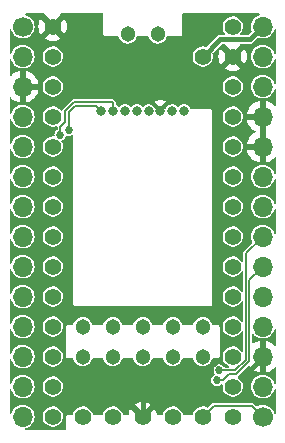
<source format=gbl>
G04 #@! TF.GenerationSoftware,KiCad,Pcbnew,(6.0.5)*
G04 #@! TF.CreationDate,2022-09-25T21:33:27+09:00*
G04 #@! TF.ProjectId,teensy4_header_breakout,7465656e-7379-4345-9f68-65616465725f,rev?*
G04 #@! TF.SameCoordinates,Original*
G04 #@! TF.FileFunction,Copper,L2,Bot*
G04 #@! TF.FilePolarity,Positive*
%FSLAX46Y46*%
G04 Gerber Fmt 4.6, Leading zero omitted, Abs format (unit mm)*
G04 Created by KiCad (PCBNEW (6.0.5)) date 2022-09-25 21:33:27*
%MOMM*%
%LPD*%
G01*
G04 APERTURE LIST*
G04 #@! TA.AperFunction,ComponentPad*
%ADD10C,1.700000*%
G04 #@! TD*
G04 #@! TA.AperFunction,ComponentPad*
%ADD11O,1.700000X1.700000*%
G04 #@! TD*
G04 #@! TA.AperFunction,ComponentPad*
%ADD12C,1.404000*%
G04 #@! TD*
G04 #@! TA.AperFunction,ComponentPad*
%ADD13C,1.304000*%
G04 #@! TD*
G04 #@! TA.AperFunction,ComponentPad*
%ADD14C,0.804000*%
G04 #@! TD*
G04 #@! TA.AperFunction,ViaPad*
%ADD15C,0.685800*%
G04 #@! TD*
G04 #@! TA.AperFunction,Conductor*
%ADD16C,0.152400*%
G04 #@! TD*
G04 #@! TA.AperFunction,Conductor*
%ADD17C,0.457200*%
G04 #@! TD*
G04 APERTURE END LIST*
D10*
X170180000Y-114300000D03*
D11*
X170180000Y-111760000D03*
X170180000Y-109220000D03*
X170180000Y-106680000D03*
X170180000Y-104140000D03*
X170180000Y-101600000D03*
X170180000Y-99060000D03*
X170180000Y-96520000D03*
X170180000Y-93980000D03*
X170180000Y-91440000D03*
X170180000Y-88900000D03*
X170180000Y-86360000D03*
X170180000Y-83820000D03*
X170180000Y-81280000D03*
D10*
X149860000Y-81280000D03*
D11*
X149860000Y-83820000D03*
X149860000Y-86360000D03*
X149860000Y-88900000D03*
X149860000Y-91440000D03*
X149860000Y-93980000D03*
X149860000Y-96520000D03*
X149860000Y-99060000D03*
X149860000Y-101600000D03*
X149860000Y-104140000D03*
X149860000Y-106680000D03*
X149860000Y-109220000D03*
X149860000Y-111760000D03*
X149860000Y-114300000D03*
D12*
X152400000Y-81280000D03*
X152400000Y-83820000D03*
X152400000Y-86360000D03*
X152400000Y-88900000D03*
X152400000Y-91440000D03*
X152400000Y-93980000D03*
X152400000Y-96520000D03*
X152400000Y-99060000D03*
X152400000Y-101600000D03*
X152400000Y-104140000D03*
X152400000Y-106680000D03*
X152400000Y-109220000D03*
X152400000Y-111760000D03*
X152400000Y-114300000D03*
X154940000Y-114300000D03*
X157480000Y-114300000D03*
X160020000Y-114300000D03*
X162560000Y-114300000D03*
X165100000Y-114300000D03*
X167640000Y-114300000D03*
X167640000Y-111760000D03*
X167640000Y-109220000D03*
X167640000Y-106680000D03*
X167640000Y-104140000D03*
X167640000Y-101600000D03*
X167640000Y-99060000D03*
X167640000Y-96520000D03*
X167640000Y-93980000D03*
X167640000Y-91440000D03*
X167640000Y-88900000D03*
X167640000Y-86360000D03*
X167640000Y-83820000D03*
X167640000Y-81280000D03*
X165100000Y-83820000D03*
D13*
X165100000Y-109220000D03*
X165100000Y-106680000D03*
X162560000Y-109220000D03*
X162560000Y-106680000D03*
X160020000Y-109220000D03*
X160020000Y-106680000D03*
X157480000Y-109220000D03*
X157480000Y-106680000D03*
X154940000Y-109220000D03*
X154940000Y-106680000D03*
D14*
X163520000Y-88418400D03*
X162520000Y-88418400D03*
X161520000Y-88418400D03*
X160520000Y-88418400D03*
X159520000Y-88418400D03*
X158520000Y-88418400D03*
X157520000Y-88418400D03*
X156520000Y-88418400D03*
D13*
X161290000Y-81915000D03*
X158750000Y-81915000D03*
D15*
X153047383Y-90432813D03*
X153784690Y-90025336D03*
X166316146Y-111220054D03*
X166522400Y-110388400D03*
X166497000Y-95250000D03*
X164211000Y-81026000D03*
X154559000Y-112141000D03*
X165735000Y-86360000D03*
X166497000Y-90170000D03*
X154940000Y-81534000D03*
X162560000Y-83820000D03*
X150876000Y-107823000D03*
X165862000Y-81153000D03*
X167208200Y-102870000D03*
X161290000Y-105664000D03*
X153035000Y-107823000D03*
X157480000Y-112141000D03*
X153543000Y-100330000D03*
X155956000Y-86233000D03*
X162560000Y-112014000D03*
X153416000Y-97917000D03*
X166497000Y-92710000D03*
X155067000Y-83439000D03*
X165100000Y-112014000D03*
X160020000Y-112014000D03*
X160528000Y-86868000D03*
X153416000Y-102870000D03*
X167233600Y-100380800D03*
X157734000Y-86233000D03*
X154051000Y-86233000D03*
X163449000Y-85725000D03*
X158750000Y-110617000D03*
X159893000Y-83693000D03*
X167208200Y-105435400D03*
X157226000Y-83312000D03*
X159385000Y-85725000D03*
D16*
X153047383Y-89788809D02*
X153047383Y-89947880D01*
X153047383Y-89947880D02*
X153047383Y-90432813D01*
X157429200Y-87655400D02*
X154203400Y-87655400D01*
X157520000Y-88138390D02*
X157520000Y-87746200D01*
X153441400Y-89394792D02*
X153047383Y-89788809D01*
X157520000Y-87746200D02*
X157429200Y-87655400D01*
X153441400Y-88417400D02*
X153441400Y-89394792D01*
X154203400Y-87655400D02*
X153441400Y-88417400D01*
X154320467Y-87969399D02*
X153784700Y-88505166D01*
X153784700Y-90025326D02*
X153784690Y-90025336D01*
X156239990Y-88138390D02*
X156070999Y-87969399D01*
X153784700Y-88505166D02*
X153784700Y-89941448D01*
X153784700Y-89941448D02*
X153784700Y-90025326D01*
X156070999Y-87969399D02*
X154320467Y-87969399D01*
D17*
X166556999Y-82363001D02*
X165100000Y-83820000D01*
X170180000Y-81280000D02*
X169096999Y-82363001D01*
X169096999Y-82363001D02*
X166556999Y-82363001D01*
D16*
X167937056Y-110731301D02*
X167289832Y-110731301D01*
X166801079Y-111220054D02*
X166316146Y-111220054D01*
X169062411Y-109605946D02*
X167937056Y-110731301D01*
X169062411Y-102717589D02*
X169062411Y-109605946D01*
X167289832Y-110731301D02*
X166801079Y-111220054D01*
X170180000Y-101600000D02*
X169062411Y-102717589D01*
X168757600Y-109479690D02*
X167848890Y-110388400D01*
X168757600Y-100482400D02*
X168757600Y-109479690D01*
X167848890Y-110388400D02*
X167007333Y-110388400D01*
X167007333Y-110388400D02*
X166522400Y-110388400D01*
X170180000Y-99060000D02*
X168757600Y-100482400D01*
X169249399Y-113369399D02*
X166030601Y-113369399D01*
X170180000Y-114300000D02*
X169249399Y-113369399D01*
X166030601Y-113369399D02*
X165353610Y-114046390D01*
D17*
X160020000Y-112498933D02*
X160020000Y-113893990D01*
X170180000Y-109220000D02*
X168910000Y-110490000D01*
X160020000Y-112014000D02*
X160020000Y-112498933D01*
G04 #@! TA.AperFunction,Conductor*
G36*
X151722169Y-80180493D02*
G01*
X151747889Y-80225042D01*
X151745079Y-80240977D01*
X151747465Y-80268254D01*
X152390623Y-80911413D01*
X152400422Y-80915982D01*
X152406413Y-80914377D01*
X153048147Y-80272642D01*
X153052716Y-80262844D01*
X153051301Y-80257563D01*
X153055785Y-80206319D01*
X153092158Y-80169946D01*
X153123939Y-80162900D01*
X156616900Y-80162900D01*
X156665238Y-80180493D01*
X156690958Y-80225042D01*
X156692100Y-80238100D01*
X156692100Y-81884968D01*
X156689538Y-81904430D01*
X156686706Y-81915000D01*
X156689268Y-81924562D01*
X156692100Y-81935131D01*
X156704772Y-81982423D01*
X156707913Y-81994147D01*
X156765853Y-82052087D01*
X156775413Y-82054649D01*
X156775414Y-82054649D01*
X156835438Y-82070732D01*
X156845000Y-82073294D01*
X156855570Y-82070462D01*
X156875032Y-82067900D01*
X157898313Y-82067900D01*
X157946651Y-82085493D01*
X157969668Y-82119363D01*
X158014707Y-82254753D01*
X158108251Y-82409213D01*
X158233691Y-82539110D01*
X158237206Y-82541410D01*
X158369627Y-82628064D01*
X158384792Y-82637988D01*
X158388723Y-82639450D01*
X158388725Y-82639451D01*
X158474652Y-82671407D01*
X158554045Y-82700933D01*
X158733037Y-82724815D01*
X158737214Y-82724435D01*
X158737218Y-82724435D01*
X158908689Y-82708830D01*
X158908692Y-82708829D01*
X158912872Y-82708449D01*
X158916868Y-82707151D01*
X158916871Y-82707150D01*
X159080611Y-82653947D01*
X159084612Y-82652647D01*
X159125851Y-82628064D01*
X159236107Y-82562339D01*
X159236111Y-82562336D01*
X159239721Y-82560184D01*
X159242765Y-82557285D01*
X159242768Y-82557283D01*
X159367443Y-82438556D01*
X159367445Y-82438554D01*
X159370491Y-82435653D01*
X159438506Y-82333282D01*
X159468098Y-82288743D01*
X159468099Y-82288740D01*
X159470421Y-82285246D01*
X159534546Y-82116437D01*
X159536685Y-82117249D01*
X159561743Y-82081486D01*
X159604856Y-82067900D01*
X160438313Y-82067900D01*
X160486651Y-82085493D01*
X160509668Y-82119363D01*
X160554707Y-82254753D01*
X160648251Y-82409213D01*
X160773691Y-82539110D01*
X160777206Y-82541410D01*
X160909627Y-82628064D01*
X160924792Y-82637988D01*
X160928723Y-82639450D01*
X160928725Y-82639451D01*
X161014652Y-82671407D01*
X161094045Y-82700933D01*
X161273037Y-82724815D01*
X161277214Y-82724435D01*
X161277218Y-82724435D01*
X161448689Y-82708830D01*
X161448692Y-82708829D01*
X161452872Y-82708449D01*
X161456868Y-82707151D01*
X161456871Y-82707150D01*
X161620611Y-82653947D01*
X161624612Y-82652647D01*
X161665851Y-82628064D01*
X161776107Y-82562339D01*
X161776111Y-82562336D01*
X161779721Y-82560184D01*
X161782765Y-82557285D01*
X161782768Y-82557283D01*
X161907443Y-82438556D01*
X161907445Y-82438554D01*
X161910491Y-82435653D01*
X161978506Y-82333282D01*
X162008098Y-82288743D01*
X162008099Y-82288740D01*
X162010421Y-82285246D01*
X162074546Y-82116437D01*
X162076685Y-82117249D01*
X162101743Y-82081486D01*
X162144856Y-82067900D01*
X163164968Y-82067900D01*
X163184430Y-82070462D01*
X163195000Y-82073294D01*
X163205570Y-82070462D01*
X163215131Y-82067900D01*
X163264586Y-82054649D01*
X163264587Y-82054649D01*
X163274147Y-82052087D01*
X163332087Y-81994147D01*
X163335229Y-81982423D01*
X163350732Y-81924562D01*
X163353294Y-81915000D01*
X163350462Y-81904430D01*
X163347900Y-81884968D01*
X163347900Y-80238100D01*
X163365493Y-80189762D01*
X163410042Y-80164042D01*
X163423100Y-80162900D01*
X169901494Y-80162900D01*
X169949832Y-80180493D01*
X169975552Y-80225042D01*
X169966619Y-80275700D01*
X169922726Y-80310240D01*
X169802489Y-80345628D01*
X169628192Y-80436748D01*
X169474912Y-80559988D01*
X169348489Y-80710653D01*
X169346718Y-80713875D01*
X169346717Y-80713876D01*
X169255513Y-80879777D01*
X169253739Y-80883004D01*
X169194269Y-81070476D01*
X169172345Y-81265930D01*
X169172653Y-81269598D01*
X169172653Y-81269601D01*
X169188206Y-81454805D01*
X169188803Y-81461919D01*
X169218365Y-81565014D01*
X169236707Y-81628981D01*
X169233119Y-81680296D01*
X169217594Y-81702883D01*
X168961002Y-81959475D01*
X168914382Y-81981215D01*
X168907828Y-81981501D01*
X168327649Y-81981501D01*
X168279311Y-81963908D01*
X168253591Y-81919359D01*
X168262524Y-81868701D01*
X168271764Y-81855983D01*
X168332803Y-81788192D01*
X168332805Y-81788189D01*
X168335438Y-81785265D01*
X168425292Y-81629634D01*
X168466351Y-81503266D01*
X168479606Y-81462472D01*
X168479606Y-81462471D01*
X168480824Y-81458723D01*
X168486675Y-81403061D01*
X168499197Y-81283920D01*
X168499609Y-81280000D01*
X168489319Y-81182096D01*
X168481236Y-81105195D01*
X168481236Y-81105193D01*
X168480824Y-81101277D01*
X168425292Y-80930366D01*
X168335438Y-80774735D01*
X168215191Y-80641186D01*
X168204388Y-80633337D01*
X168072992Y-80537872D01*
X168072989Y-80537870D01*
X168069805Y-80535557D01*
X167905634Y-80462463D01*
X167729854Y-80425100D01*
X167550146Y-80425100D01*
X167458711Y-80444535D01*
X167378218Y-80461644D01*
X167378216Y-80461645D01*
X167374366Y-80462463D01*
X167370767Y-80464065D01*
X167370765Y-80464066D01*
X167213798Y-80533953D01*
X167213796Y-80533954D01*
X167210196Y-80535557D01*
X167158997Y-80572755D01*
X167077655Y-80631853D01*
X167064809Y-80641186D01*
X166944562Y-80774735D01*
X166854708Y-80930366D01*
X166799176Y-81101277D01*
X166798764Y-81105193D01*
X166798764Y-81105195D01*
X166790681Y-81182096D01*
X166780391Y-81280000D01*
X166780803Y-81283920D01*
X166793326Y-81403061D01*
X166799176Y-81458723D01*
X166800394Y-81462471D01*
X166800394Y-81462472D01*
X166813649Y-81503266D01*
X166854708Y-81629634D01*
X166944562Y-81785265D01*
X166947195Y-81788189D01*
X166947197Y-81788192D01*
X167008236Y-81855983D01*
X167027505Y-81903677D01*
X167011609Y-81952599D01*
X166967986Y-81979858D01*
X166952351Y-81981501D01*
X166605733Y-81981501D01*
X166589906Y-81979817D01*
X166581296Y-81977963D01*
X166581294Y-81977963D01*
X166575219Y-81976655D01*
X166538677Y-81980980D01*
X166529838Y-81981501D01*
X166525307Y-81981501D01*
X166519768Y-81982423D01*
X166504993Y-81984882D01*
X166501485Y-81985382D01*
X166482847Y-81987588D01*
X166449092Y-81991583D01*
X166443489Y-81994273D01*
X166440926Y-81995018D01*
X166440640Y-81995083D01*
X166440357Y-81995199D01*
X166437847Y-81996058D01*
X166431716Y-81997079D01*
X166385300Y-82022124D01*
X166382170Y-82023719D01*
X166338861Y-82044515D01*
X166338858Y-82044517D01*
X166334601Y-82046561D01*
X166330307Y-82050170D01*
X166329524Y-82050953D01*
X166325366Y-82054463D01*
X166319942Y-82057389D01*
X166315723Y-82061954D01*
X166315722Y-82061954D01*
X166282472Y-82097924D01*
X166280425Y-82100052D01*
X165404716Y-82975761D01*
X165358096Y-82997501D01*
X165335907Y-82996144D01*
X165272267Y-82982617D01*
X165189854Y-82965100D01*
X165010146Y-82965100D01*
X164918711Y-82984535D01*
X164838218Y-83001644D01*
X164838216Y-83001645D01*
X164834366Y-83002463D01*
X164830767Y-83004065D01*
X164830765Y-83004066D01*
X164673798Y-83073953D01*
X164673796Y-83073954D01*
X164670196Y-83075557D01*
X164618997Y-83112755D01*
X164537655Y-83171853D01*
X164524809Y-83181186D01*
X164404562Y-83314735D01*
X164314708Y-83470366D01*
X164259176Y-83641277D01*
X164240391Y-83820000D01*
X164259176Y-83998723D01*
X164260394Y-84002471D01*
X164260394Y-84002472D01*
X164273649Y-84043266D01*
X164314708Y-84169634D01*
X164404562Y-84325265D01*
X164524809Y-84458814D01*
X164527997Y-84461130D01*
X164527999Y-84461132D01*
X164667008Y-84562128D01*
X164667011Y-84562130D01*
X164670195Y-84564443D01*
X164834366Y-84637537D01*
X165010146Y-84674900D01*
X165189854Y-84674900D01*
X165365634Y-84637537D01*
X165529805Y-84564443D01*
X165532989Y-84562130D01*
X165532992Y-84562128D01*
X165672001Y-84461132D01*
X165672003Y-84461130D01*
X165675191Y-84458814D01*
X165795438Y-84325265D01*
X165885292Y-84169634D01*
X165926351Y-84043266D01*
X165939606Y-84002472D01*
X165939606Y-84002471D01*
X165940824Y-83998723D01*
X165959265Y-83823269D01*
X166425664Y-83823269D01*
X166443545Y-84027646D01*
X166444681Y-84034088D01*
X166497779Y-84232253D01*
X166500018Y-84238405D01*
X166586718Y-84424335D01*
X166589986Y-84429997D01*
X166615660Y-84466663D01*
X166624514Y-84472862D01*
X166628254Y-84472535D01*
X167271413Y-83829377D01*
X167275588Y-83820422D01*
X168004018Y-83820422D01*
X168005623Y-83826413D01*
X168647358Y-84468147D01*
X168657157Y-84472716D01*
X168660781Y-84471745D01*
X168690014Y-84429997D01*
X168693282Y-84424335D01*
X168779982Y-84238405D01*
X168782221Y-84232253D01*
X168835319Y-84034088D01*
X168836455Y-84027646D01*
X168854336Y-83823269D01*
X168854336Y-83816731D01*
X168836455Y-83612354D01*
X168835319Y-83605912D01*
X168782221Y-83407747D01*
X168779982Y-83401595D01*
X168693282Y-83215665D01*
X168690014Y-83210003D01*
X168664340Y-83173337D01*
X168655486Y-83167138D01*
X168651746Y-83167465D01*
X168008587Y-83810623D01*
X168004018Y-83820422D01*
X167275588Y-83820422D01*
X167275982Y-83819578D01*
X167274377Y-83813587D01*
X166632642Y-83171853D01*
X166622843Y-83167284D01*
X166619219Y-83168255D01*
X166589986Y-83210003D01*
X166586718Y-83215665D01*
X166500018Y-83401595D01*
X166497779Y-83407747D01*
X166444681Y-83605912D01*
X166443545Y-83612354D01*
X166425664Y-83816731D01*
X166425664Y-83823269D01*
X165959265Y-83823269D01*
X165959609Y-83820000D01*
X165940824Y-83641277D01*
X165925003Y-83592585D01*
X165926798Y-83541178D01*
X165943348Y-83516174D01*
X166692995Y-82766527D01*
X166739615Y-82744787D01*
X166746169Y-82744501D01*
X166912979Y-82744501D01*
X166961317Y-82762094D01*
X166987037Y-82806643D01*
X166987216Y-82808005D01*
X167630623Y-83451413D01*
X167640422Y-83455982D01*
X167646413Y-83454377D01*
X168288147Y-82812642D01*
X168299676Y-82787919D01*
X168336050Y-82751546D01*
X168367830Y-82744501D01*
X169048269Y-82744501D01*
X169064096Y-82746185D01*
X169072702Y-82748038D01*
X169072704Y-82748038D01*
X169078779Y-82749346D01*
X169115315Y-82745022D01*
X169124153Y-82744501D01*
X169128691Y-82744501D01*
X169131748Y-82743992D01*
X169131762Y-82743991D01*
X169149027Y-82741117D01*
X169152532Y-82740618D01*
X169204906Y-82734419D01*
X169210509Y-82731729D01*
X169213072Y-82730984D01*
X169213358Y-82730919D01*
X169213641Y-82730803D01*
X169216151Y-82729944D01*
X169222282Y-82728923D01*
X169268698Y-82703878D01*
X169271828Y-82702283D01*
X169315133Y-82681489D01*
X169315136Y-82681487D01*
X169319397Y-82679441D01*
X169323691Y-82675831D01*
X169324468Y-82675054D01*
X169328629Y-82671541D01*
X169334056Y-82668613D01*
X169371539Y-82628064D01*
X169373586Y-82625936D01*
X169758686Y-82240836D01*
X169805306Y-82219096D01*
X169835097Y-82222491D01*
X169963600Y-82264244D01*
X170070984Y-82277049D01*
X170155237Y-82287096D01*
X170155239Y-82287096D01*
X170158895Y-82287532D01*
X170354994Y-82272443D01*
X170533902Y-82222491D01*
X170540883Y-82220542D01*
X170540885Y-82220541D01*
X170544428Y-82219552D01*
X170719981Y-82130874D01*
X170874966Y-82009786D01*
X171003480Y-81860901D01*
X171044785Y-81788192D01*
X171098810Y-81693091D01*
X171098812Y-81693088D01*
X171100628Y-81689890D01*
X171150545Y-81539835D01*
X171182496Y-81499522D01*
X171232886Y-81489179D01*
X171278135Y-81513645D01*
X171297100Y-81563572D01*
X171297100Y-83540750D01*
X171279507Y-83589088D01*
X171234958Y-83614808D01*
X171184300Y-83605875D01*
X171149910Y-83562485D01*
X171121067Y-83466954D01*
X171111714Y-83435975D01*
X171019379Y-83262318D01*
X170895072Y-83109903D01*
X170743528Y-82984535D01*
X170570520Y-82890990D01*
X170382637Y-82832830D01*
X170259766Y-82819916D01*
X170190690Y-82812656D01*
X170190689Y-82812656D01*
X170187035Y-82812272D01*
X170089101Y-82821184D01*
X169994824Y-82829764D01*
X169994823Y-82829764D01*
X169991166Y-82830097D01*
X169987641Y-82831134D01*
X169987638Y-82831135D01*
X169806019Y-82884589D01*
X169802489Y-82885628D01*
X169628192Y-82976748D01*
X169474912Y-83099988D01*
X169348489Y-83250653D01*
X169346718Y-83253875D01*
X169346717Y-83253876D01*
X169255513Y-83419777D01*
X169253739Y-83423004D01*
X169194269Y-83610476D01*
X169172345Y-83805930D01*
X169172653Y-83809598D01*
X169172653Y-83809601D01*
X169175889Y-83848138D01*
X169188803Y-84001919D01*
X169243015Y-84190979D01*
X169332916Y-84365908D01*
X169455083Y-84520044D01*
X169457877Y-84522422D01*
X169457878Y-84522423D01*
X169557848Y-84607504D01*
X169604862Y-84647516D01*
X169608063Y-84649305D01*
X169608066Y-84649307D01*
X169653860Y-84674900D01*
X169776547Y-84743467D01*
X169780044Y-84744603D01*
X169780048Y-84744605D01*
X169872615Y-84774681D01*
X169963600Y-84804244D01*
X170070984Y-84817049D01*
X170155237Y-84827096D01*
X170155239Y-84827096D01*
X170158895Y-84827532D01*
X170354994Y-84812443D01*
X170469061Y-84780595D01*
X170540883Y-84760542D01*
X170540885Y-84760541D01*
X170544428Y-84759552D01*
X170719981Y-84670874D01*
X170874966Y-84549786D01*
X171003480Y-84400901D01*
X171044785Y-84328191D01*
X171098810Y-84233091D01*
X171098812Y-84233088D01*
X171100628Y-84229890D01*
X171150545Y-84079835D01*
X171182496Y-84039522D01*
X171232886Y-84029179D01*
X171278135Y-84053645D01*
X171297100Y-84103572D01*
X171297100Y-86080750D01*
X171279507Y-86129088D01*
X171234958Y-86154808D01*
X171184300Y-86145875D01*
X171149910Y-86102485D01*
X171112777Y-85979496D01*
X171111714Y-85975975D01*
X171019379Y-85802318D01*
X170895072Y-85649903D01*
X170743528Y-85524535D01*
X170570520Y-85430990D01*
X170382637Y-85372830D01*
X170259766Y-85359916D01*
X170190690Y-85352656D01*
X170190689Y-85352656D01*
X170187035Y-85352272D01*
X170089101Y-85361184D01*
X169994824Y-85369764D01*
X169994823Y-85369764D01*
X169991166Y-85370097D01*
X169987641Y-85371134D01*
X169987638Y-85371135D01*
X169806019Y-85424589D01*
X169802489Y-85425628D01*
X169628192Y-85516748D01*
X169474912Y-85639988D01*
X169348489Y-85790653D01*
X169253739Y-85963004D01*
X169194269Y-86150476D01*
X169172345Y-86345930D01*
X169172653Y-86349598D01*
X169172653Y-86349601D01*
X169175889Y-86388138D01*
X169188803Y-86541919D01*
X169243015Y-86730979D01*
X169332916Y-86905908D01*
X169455083Y-87060044D01*
X169457877Y-87062422D01*
X169457878Y-87062423D01*
X169557848Y-87147504D01*
X169604862Y-87187516D01*
X169608063Y-87189305D01*
X169608066Y-87189307D01*
X169653860Y-87214900D01*
X169776547Y-87283467D01*
X169780044Y-87284603D01*
X169780048Y-87284605D01*
X169872615Y-87314681D01*
X169963600Y-87344244D01*
X170070984Y-87357049D01*
X170155237Y-87367096D01*
X170155239Y-87367096D01*
X170158895Y-87367532D01*
X170354994Y-87352443D01*
X170469061Y-87320595D01*
X170540883Y-87300542D01*
X170540885Y-87300541D01*
X170544428Y-87299552D01*
X170719981Y-87210874D01*
X170874966Y-87089786D01*
X171003480Y-86940901D01*
X171044785Y-86868191D01*
X171098810Y-86773091D01*
X171098812Y-86773088D01*
X171100628Y-86769890D01*
X171150545Y-86619835D01*
X171182496Y-86579522D01*
X171232886Y-86569179D01*
X171278135Y-86593645D01*
X171297100Y-86643572D01*
X171297100Y-87915396D01*
X171279507Y-87963734D01*
X171234958Y-87989454D01*
X171184300Y-87980521D01*
X171166280Y-87966007D01*
X171111405Y-87905701D01*
X171106903Y-87901503D01*
X170936508Y-87766933D01*
X170931377Y-87763524D01*
X170741282Y-87658586D01*
X170735677Y-87656067D01*
X170530992Y-87583584D01*
X170525048Y-87582013D01*
X170447053Y-87568120D01*
X170436406Y-87569978D01*
X170434000Y-87572836D01*
X170434000Y-92763373D01*
X170437697Y-92773530D01*
X170441422Y-92775681D01*
X170460247Y-92773270D01*
X170466269Y-92771990D01*
X170674245Y-92709594D01*
X170679970Y-92707351D01*
X170874968Y-92611822D01*
X170880248Y-92608674D01*
X171057029Y-92482578D01*
X171061719Y-92478615D01*
X171168818Y-92371888D01*
X171215476Y-92350230D01*
X171265140Y-92363630D01*
X171294571Y-92405818D01*
X171297100Y-92425155D01*
X171297100Y-93700750D01*
X171279507Y-93749088D01*
X171234958Y-93774808D01*
X171184300Y-93765875D01*
X171149910Y-93722485D01*
X171112777Y-93599496D01*
X171111714Y-93595975D01*
X171019379Y-93422318D01*
X170895072Y-93269903D01*
X170743528Y-93144535D01*
X170570520Y-93050990D01*
X170382637Y-92992830D01*
X170259766Y-92979916D01*
X170190690Y-92972656D01*
X170190689Y-92972656D01*
X170187035Y-92972272D01*
X170089101Y-92981184D01*
X169994824Y-92989764D01*
X169994823Y-92989764D01*
X169991166Y-92990097D01*
X169987641Y-92991134D01*
X169987638Y-92991135D01*
X169806019Y-93044589D01*
X169802489Y-93045628D01*
X169628192Y-93136748D01*
X169474912Y-93259988D01*
X169348489Y-93410653D01*
X169253739Y-93583004D01*
X169194269Y-93770476D01*
X169172345Y-93965930D01*
X169172653Y-93969598D01*
X169172653Y-93969601D01*
X169175889Y-94008138D01*
X169188803Y-94161919D01*
X169243015Y-94350979D01*
X169332916Y-94525908D01*
X169455083Y-94680044D01*
X169457877Y-94682422D01*
X169457878Y-94682423D01*
X169557848Y-94767504D01*
X169604862Y-94807516D01*
X169608063Y-94809305D01*
X169608066Y-94809307D01*
X169653860Y-94834900D01*
X169776547Y-94903467D01*
X169780044Y-94904603D01*
X169780048Y-94904605D01*
X169872615Y-94934681D01*
X169963600Y-94964244D01*
X170070984Y-94977049D01*
X170155237Y-94987096D01*
X170155239Y-94987096D01*
X170158895Y-94987532D01*
X170354994Y-94972443D01*
X170469061Y-94940595D01*
X170540883Y-94920542D01*
X170540885Y-94920541D01*
X170544428Y-94919552D01*
X170719981Y-94830874D01*
X170874966Y-94709786D01*
X171003480Y-94560901D01*
X171044785Y-94488191D01*
X171098810Y-94393091D01*
X171098812Y-94393088D01*
X171100628Y-94389890D01*
X171150545Y-94239835D01*
X171182496Y-94199522D01*
X171232886Y-94189179D01*
X171278135Y-94213645D01*
X171297100Y-94263572D01*
X171297100Y-96240750D01*
X171279507Y-96289088D01*
X171234958Y-96314808D01*
X171184300Y-96305875D01*
X171149910Y-96262485D01*
X171112777Y-96139496D01*
X171111714Y-96135975D01*
X171019379Y-95962318D01*
X170895072Y-95809903D01*
X170743528Y-95684535D01*
X170570520Y-95590990D01*
X170382637Y-95532830D01*
X170259766Y-95519916D01*
X170190690Y-95512656D01*
X170190689Y-95512656D01*
X170187035Y-95512272D01*
X170089100Y-95521185D01*
X169994824Y-95529764D01*
X169994823Y-95529764D01*
X169991166Y-95530097D01*
X169987641Y-95531134D01*
X169987638Y-95531135D01*
X169806019Y-95584589D01*
X169802489Y-95585628D01*
X169628192Y-95676748D01*
X169474912Y-95799988D01*
X169348489Y-95950653D01*
X169253739Y-96123004D01*
X169194269Y-96310476D01*
X169172345Y-96505930D01*
X169172653Y-96509598D01*
X169172653Y-96509601D01*
X169175889Y-96548138D01*
X169188803Y-96701919D01*
X169243015Y-96890979D01*
X169332916Y-97065908D01*
X169455083Y-97220044D01*
X169457877Y-97222422D01*
X169457878Y-97222423D01*
X169557848Y-97307504D01*
X169604862Y-97347516D01*
X169608063Y-97349305D01*
X169608066Y-97349307D01*
X169653860Y-97374900D01*
X169776547Y-97443467D01*
X169780044Y-97444603D01*
X169780048Y-97444605D01*
X169872615Y-97474681D01*
X169963600Y-97504244D01*
X170070984Y-97517049D01*
X170155237Y-97527096D01*
X170155239Y-97527096D01*
X170158895Y-97527532D01*
X170354994Y-97512443D01*
X170469061Y-97480595D01*
X170540883Y-97460542D01*
X170540885Y-97460541D01*
X170544428Y-97459552D01*
X170719981Y-97370874D01*
X170874966Y-97249786D01*
X171003480Y-97100901D01*
X171044785Y-97028191D01*
X171098810Y-96933091D01*
X171098812Y-96933088D01*
X171100628Y-96929890D01*
X171150545Y-96779835D01*
X171182496Y-96739522D01*
X171232886Y-96729179D01*
X171278135Y-96753645D01*
X171297100Y-96803572D01*
X171297100Y-98780750D01*
X171279507Y-98829088D01*
X171234958Y-98854808D01*
X171184300Y-98845875D01*
X171149910Y-98802485D01*
X171112777Y-98679496D01*
X171111714Y-98675975D01*
X171019379Y-98502318D01*
X170895072Y-98349903D01*
X170743528Y-98224535D01*
X170570520Y-98130990D01*
X170382637Y-98072830D01*
X170259766Y-98059916D01*
X170190690Y-98052656D01*
X170190689Y-98052656D01*
X170187035Y-98052272D01*
X170089100Y-98061185D01*
X169994824Y-98069764D01*
X169994823Y-98069764D01*
X169991166Y-98070097D01*
X169987641Y-98071134D01*
X169987638Y-98071135D01*
X169806019Y-98124589D01*
X169802489Y-98125628D01*
X169628192Y-98216748D01*
X169474912Y-98339988D01*
X169348489Y-98490653D01*
X169253739Y-98663004D01*
X169194269Y-98850476D01*
X169172345Y-99045930D01*
X169172653Y-99049598D01*
X169172653Y-99049601D01*
X169175889Y-99088138D01*
X169188803Y-99241919D01*
X169243015Y-99430979D01*
X169244697Y-99434252D01*
X169244699Y-99434256D01*
X169300103Y-99542063D01*
X169306550Y-99593097D01*
X169286393Y-99629610D01*
X168601233Y-100314770D01*
X168598378Y-100317480D01*
X168568114Y-100344730D01*
X168558044Y-100367347D01*
X168552422Y-100377701D01*
X168538939Y-100398464D01*
X168537703Y-100406271D01*
X168537589Y-100406988D01*
X168532013Y-100425813D01*
X168528500Y-100433703D01*
X168528500Y-100458454D01*
X168527574Y-100470218D01*
X168523703Y-100494658D01*
X168525748Y-100502290D01*
X168525748Y-100502291D01*
X168525938Y-100502999D01*
X168528500Y-100522462D01*
X168528500Y-101148478D01*
X168510907Y-101196816D01*
X168466358Y-101222536D01*
X168415700Y-101213603D01*
X168388175Y-101186078D01*
X168335438Y-101094735D01*
X168215191Y-100961186D01*
X168121004Y-100892755D01*
X168072992Y-100857872D01*
X168072989Y-100857870D01*
X168069805Y-100855557D01*
X167905634Y-100782463D01*
X167729854Y-100745100D01*
X167550146Y-100745100D01*
X167458711Y-100764535D01*
X167378218Y-100781644D01*
X167378216Y-100781645D01*
X167374366Y-100782463D01*
X167370767Y-100784065D01*
X167370765Y-100784066D01*
X167213798Y-100853953D01*
X167213796Y-100853954D01*
X167210196Y-100855557D01*
X167064809Y-100961186D01*
X166944562Y-101094735D01*
X166854708Y-101250366D01*
X166799176Y-101421277D01*
X166780391Y-101600000D01*
X166799176Y-101778723D01*
X166800394Y-101782471D01*
X166800394Y-101782472D01*
X166813649Y-101823266D01*
X166854708Y-101949634D01*
X166944562Y-102105265D01*
X167064809Y-102238814D01*
X167067997Y-102241130D01*
X167067999Y-102241132D01*
X167207008Y-102342128D01*
X167207011Y-102342130D01*
X167210195Y-102344443D01*
X167374366Y-102417537D01*
X167550146Y-102454900D01*
X167729854Y-102454900D01*
X167905634Y-102417537D01*
X168069805Y-102344443D01*
X168072989Y-102342130D01*
X168072992Y-102342128D01*
X168212001Y-102241132D01*
X168212003Y-102241130D01*
X168215191Y-102238814D01*
X168335438Y-102105265D01*
X168388175Y-102013922D01*
X168427580Y-101980857D01*
X168479020Y-101980857D01*
X168518425Y-102013922D01*
X168528500Y-102051522D01*
X168528500Y-103688478D01*
X168510907Y-103736816D01*
X168466358Y-103762536D01*
X168415700Y-103753603D01*
X168388175Y-103726078D01*
X168335438Y-103634735D01*
X168215191Y-103501186D01*
X168212001Y-103498868D01*
X168072992Y-103397872D01*
X168072989Y-103397870D01*
X168069805Y-103395557D01*
X167905634Y-103322463D01*
X167729854Y-103285100D01*
X167550146Y-103285100D01*
X167458711Y-103304535D01*
X167378218Y-103321644D01*
X167378216Y-103321645D01*
X167374366Y-103322463D01*
X167370767Y-103324065D01*
X167370765Y-103324066D01*
X167213798Y-103393953D01*
X167213796Y-103393954D01*
X167210196Y-103395557D01*
X167158997Y-103432755D01*
X167070473Y-103497071D01*
X167064809Y-103501186D01*
X166944562Y-103634735D01*
X166854708Y-103790366D01*
X166799176Y-103961277D01*
X166780391Y-104140000D01*
X166799176Y-104318723D01*
X166800394Y-104322471D01*
X166800394Y-104322472D01*
X166813649Y-104363266D01*
X166854708Y-104489634D01*
X166944562Y-104645265D01*
X167064809Y-104778814D01*
X167067997Y-104781130D01*
X167067999Y-104781132D01*
X167207008Y-104882128D01*
X167207011Y-104882130D01*
X167210195Y-104884443D01*
X167374366Y-104957537D01*
X167550146Y-104994900D01*
X167729854Y-104994900D01*
X167905634Y-104957537D01*
X168069805Y-104884443D01*
X168072989Y-104882130D01*
X168072992Y-104882128D01*
X168212001Y-104781132D01*
X168212003Y-104781130D01*
X168215191Y-104778814D01*
X168335438Y-104645265D01*
X168388175Y-104553922D01*
X168427580Y-104520857D01*
X168479020Y-104520857D01*
X168518425Y-104553922D01*
X168528500Y-104591522D01*
X168528500Y-106228478D01*
X168510907Y-106276816D01*
X168466358Y-106302536D01*
X168415700Y-106293603D01*
X168388175Y-106266078D01*
X168335438Y-106174735D01*
X168215191Y-106041186D01*
X168212001Y-106038868D01*
X168072992Y-105937872D01*
X168072989Y-105937870D01*
X168069805Y-105935557D01*
X167905634Y-105862463D01*
X167729854Y-105825100D01*
X167550146Y-105825100D01*
X167458711Y-105844535D01*
X167378218Y-105861644D01*
X167378216Y-105861645D01*
X167374366Y-105862463D01*
X167370767Y-105864065D01*
X167370765Y-105864066D01*
X167213798Y-105933953D01*
X167213796Y-105933954D01*
X167210196Y-105935557D01*
X167158997Y-105972755D01*
X167070473Y-106037071D01*
X167064809Y-106041186D01*
X166944562Y-106174735D01*
X166854708Y-106330366D01*
X166853490Y-106334115D01*
X166802991Y-106489537D01*
X166799176Y-106501277D01*
X166780391Y-106680000D01*
X166799176Y-106858723D01*
X166800394Y-106862471D01*
X166800394Y-106862472D01*
X166813649Y-106903266D01*
X166854708Y-107029634D01*
X166944562Y-107185265D01*
X167064809Y-107318814D01*
X167067997Y-107321130D01*
X167067999Y-107321132D01*
X167207008Y-107422128D01*
X167207011Y-107422130D01*
X167210195Y-107424443D01*
X167374366Y-107497537D01*
X167550146Y-107534900D01*
X167729854Y-107534900D01*
X167905634Y-107497537D01*
X168069805Y-107424443D01*
X168072989Y-107422130D01*
X168072992Y-107422128D01*
X168212001Y-107321132D01*
X168212003Y-107321130D01*
X168215191Y-107318814D01*
X168335438Y-107185265D01*
X168388175Y-107093922D01*
X168427580Y-107060857D01*
X168479020Y-107060857D01*
X168518425Y-107093922D01*
X168528500Y-107131522D01*
X168528500Y-108768478D01*
X168510907Y-108816816D01*
X168466358Y-108842536D01*
X168415700Y-108833603D01*
X168388175Y-108806078D01*
X168335438Y-108714735D01*
X168215191Y-108581186D01*
X168121004Y-108512755D01*
X168072992Y-108477872D01*
X168072989Y-108477870D01*
X168069805Y-108475557D01*
X167905634Y-108402463D01*
X167729854Y-108365100D01*
X167550146Y-108365100D01*
X167458711Y-108384535D01*
X167378218Y-108401644D01*
X167378216Y-108401645D01*
X167374366Y-108402463D01*
X167370767Y-108404065D01*
X167370765Y-108404066D01*
X167213798Y-108473953D01*
X167213796Y-108473954D01*
X167210196Y-108475557D01*
X167064809Y-108581186D01*
X166944562Y-108714735D01*
X166854708Y-108870366D01*
X166799176Y-109041277D01*
X166780391Y-109220000D01*
X166799176Y-109398723D01*
X166800394Y-109402471D01*
X166800394Y-109402472D01*
X166813649Y-109443266D01*
X166854708Y-109569634D01*
X166944562Y-109725265D01*
X167064809Y-109858814D01*
X167067997Y-109861130D01*
X167067999Y-109861132D01*
X167207008Y-109962128D01*
X167207011Y-109962130D01*
X167210195Y-109964443D01*
X167323738Y-110014996D01*
X167324648Y-110015401D01*
X167361650Y-110051135D01*
X167367027Y-110102293D01*
X167338262Y-110144938D01*
X167294061Y-110159300D01*
X167010725Y-110159300D01*
X166962387Y-110141707D01*
X166947372Y-110124614D01*
X166946600Y-110123406D01*
X166944383Y-110118531D01*
X166940892Y-110114479D01*
X166940889Y-110114475D01*
X166855172Y-110014996D01*
X166855169Y-110014993D01*
X166851678Y-110010942D01*
X166843950Y-110005933D01*
X166736999Y-109936610D01*
X166736998Y-109936610D01*
X166732503Y-109933696D01*
X166596437Y-109893004D01*
X166591081Y-109892971D01*
X166591079Y-109892971D01*
X166527730Y-109892584D01*
X166454420Y-109892136D01*
X166317868Y-109931163D01*
X166197758Y-110006947D01*
X166103746Y-110113396D01*
X166101470Y-110118243D01*
X166101469Y-110118245D01*
X166089551Y-110143630D01*
X166043389Y-110241952D01*
X166021539Y-110382281D01*
X166022233Y-110387588D01*
X166022233Y-110387591D01*
X166030393Y-110449990D01*
X166039954Y-110523101D01*
X166097152Y-110653094D01*
X166100599Y-110657195D01*
X166100601Y-110657198D01*
X166106963Y-110664767D01*
X166124598Y-110713090D01*
X166107046Y-110761442D01*
X166089526Y-110776753D01*
X166012065Y-110825628D01*
X165991504Y-110838601D01*
X165897492Y-110945050D01*
X165895216Y-110949897D01*
X165895215Y-110949899D01*
X165889236Y-110962635D01*
X165837135Y-111073606D01*
X165815285Y-111213935D01*
X165833700Y-111354755D01*
X165890898Y-111484748D01*
X165894343Y-111488846D01*
X165894344Y-111488848D01*
X165956186Y-111562417D01*
X165982281Y-111593461D01*
X166100504Y-111672157D01*
X166105616Y-111673754D01*
X166105618Y-111673755D01*
X166230944Y-111712910D01*
X166236062Y-111714509D01*
X166301112Y-111715701D01*
X166372696Y-111717013D01*
X166372698Y-111717013D01*
X166378058Y-111717111D01*
X166383229Y-111715701D01*
X166383231Y-111715701D01*
X166456491Y-111695727D01*
X166515077Y-111679755D01*
X166589684Y-111633947D01*
X166631539Y-111608248D01*
X166631540Y-111608248D01*
X166636104Y-111605445D01*
X166639698Y-111601475D01*
X166639701Y-111601472D01*
X166663099Y-111575622D01*
X166708581Y-111551591D01*
X166758868Y-111562417D01*
X166790432Y-111603035D01*
X166793640Y-111633947D01*
X166780391Y-111760000D01*
X166799176Y-111938723D01*
X166800394Y-111942471D01*
X166800394Y-111942472D01*
X166813649Y-111983266D01*
X166854708Y-112109634D01*
X166944562Y-112265265D01*
X167064809Y-112398814D01*
X167067997Y-112401130D01*
X167067999Y-112401132D01*
X167207008Y-112502128D01*
X167207011Y-112502130D01*
X167210195Y-112504443D01*
X167374366Y-112577537D01*
X167550146Y-112614900D01*
X167729854Y-112614900D01*
X167905634Y-112577537D01*
X168069805Y-112504443D01*
X168072989Y-112502130D01*
X168072992Y-112502128D01*
X168212001Y-112401132D01*
X168212003Y-112401130D01*
X168215191Y-112398814D01*
X168335438Y-112265265D01*
X168425292Y-112109634D01*
X168466351Y-111983266D01*
X168479606Y-111942472D01*
X168479606Y-111942471D01*
X168480824Y-111938723D01*
X168499609Y-111760000D01*
X168482105Y-111593461D01*
X168481236Y-111585195D01*
X168481236Y-111585193D01*
X168480824Y-111581277D01*
X168471179Y-111551591D01*
X168426510Y-111414115D01*
X168425292Y-111410366D01*
X168335438Y-111254735D01*
X168215191Y-111121186D01*
X168156990Y-111078900D01*
X168087167Y-111028171D01*
X168058402Y-110985525D01*
X168063779Y-110934367D01*
X168078194Y-110914159D01*
X168082116Y-110910237D01*
X168091088Y-110902573D01*
X168104721Y-110892668D01*
X168111114Y-110888023D01*
X168115432Y-110880544D01*
X168127383Y-110864970D01*
X168970898Y-110021455D01*
X169017518Y-109999715D01*
X169067205Y-110013029D01*
X169080912Y-110025392D01*
X169224581Y-110191248D01*
X169228976Y-110195551D01*
X169396035Y-110334246D01*
X169401087Y-110337783D01*
X169588542Y-110447323D01*
X169594109Y-110449990D01*
X169796944Y-110527445D01*
X169802864Y-110529165D01*
X169913006Y-110551573D01*
X169923697Y-110549975D01*
X169925944Y-110547436D01*
X169926000Y-110547141D01*
X169926000Y-107898246D01*
X169922303Y-107888089D01*
X169918831Y-107886084D01*
X169867260Y-107893976D01*
X169861273Y-107895402D01*
X169654888Y-107962859D01*
X169649207Y-107965247D01*
X169456608Y-108065508D01*
X169451409Y-108068782D01*
X169411863Y-108098474D01*
X169362645Y-108113428D01*
X169315329Y-108093246D01*
X169292056Y-108047373D01*
X169291511Y-108038338D01*
X169291511Y-107389613D01*
X169309104Y-107341275D01*
X169353653Y-107315555D01*
X169404311Y-107324488D01*
X169425644Y-107342902D01*
X169452800Y-107377164D01*
X169455083Y-107380044D01*
X169457877Y-107382422D01*
X169457878Y-107382423D01*
X169557848Y-107467504D01*
X169604862Y-107507516D01*
X169608063Y-107509305D01*
X169608066Y-107509307D01*
X169653860Y-107534900D01*
X169776547Y-107603467D01*
X169780044Y-107604603D01*
X169780048Y-107604605D01*
X169872615Y-107634681D01*
X169963600Y-107664244D01*
X170070984Y-107677049D01*
X170155237Y-107687096D01*
X170155239Y-107687096D01*
X170158895Y-107687532D01*
X170354994Y-107672443D01*
X170469061Y-107640595D01*
X170540883Y-107620542D01*
X170540885Y-107620541D01*
X170544428Y-107619552D01*
X170719981Y-107530874D01*
X170874966Y-107409786D01*
X171003480Y-107260901D01*
X171044785Y-107188191D01*
X171098810Y-107093091D01*
X171098812Y-107093088D01*
X171100628Y-107089890D01*
X171150545Y-106939835D01*
X171182496Y-106899522D01*
X171232886Y-106889179D01*
X171278135Y-106913645D01*
X171297100Y-106963572D01*
X171297100Y-108235396D01*
X171279507Y-108283734D01*
X171234958Y-108309454D01*
X171184300Y-108300521D01*
X171166280Y-108286007D01*
X171111405Y-108225701D01*
X171106903Y-108221503D01*
X170936508Y-108086933D01*
X170931377Y-108083524D01*
X170741282Y-107978586D01*
X170735677Y-107976067D01*
X170530992Y-107903584D01*
X170525048Y-107902013D01*
X170447053Y-107888120D01*
X170436406Y-107889978D01*
X170434000Y-107892836D01*
X170434000Y-110543373D01*
X170437697Y-110553530D01*
X170441422Y-110555681D01*
X170460247Y-110553270D01*
X170466269Y-110551990D01*
X170674245Y-110489594D01*
X170679970Y-110487351D01*
X170874968Y-110391822D01*
X170880248Y-110388674D01*
X171057029Y-110262578D01*
X171061719Y-110258615D01*
X171168818Y-110151888D01*
X171215476Y-110130230D01*
X171265140Y-110143630D01*
X171294571Y-110185818D01*
X171297100Y-110205155D01*
X171297100Y-111480750D01*
X171279507Y-111529088D01*
X171234958Y-111554808D01*
X171184300Y-111545875D01*
X171149910Y-111502485D01*
X171112777Y-111379496D01*
X171111714Y-111375975D01*
X171019379Y-111202318D01*
X170895072Y-111049903D01*
X170743528Y-110924535D01*
X170570520Y-110830990D01*
X170382637Y-110772830D01*
X170259766Y-110759916D01*
X170190690Y-110752656D01*
X170190689Y-110752656D01*
X170187035Y-110752272D01*
X170089101Y-110761184D01*
X169994824Y-110769764D01*
X169994823Y-110769764D01*
X169991166Y-110770097D01*
X169987641Y-110771134D01*
X169987638Y-110771135D01*
X169806019Y-110824589D01*
X169802489Y-110825628D01*
X169628192Y-110916748D01*
X169474912Y-111039988D01*
X169348489Y-111190653D01*
X169346718Y-111193875D01*
X169346717Y-111193876D01*
X169314868Y-111251809D01*
X169253739Y-111363004D01*
X169194269Y-111550476D01*
X169172345Y-111745930D01*
X169172653Y-111749598D01*
X169172653Y-111749601D01*
X169175889Y-111788138D01*
X169188803Y-111941919D01*
X169243015Y-112130979D01*
X169332916Y-112305908D01*
X169455083Y-112460044D01*
X169457877Y-112462422D01*
X169457878Y-112462423D01*
X169557848Y-112547504D01*
X169604862Y-112587516D01*
X169608063Y-112589305D01*
X169608066Y-112589307D01*
X169653860Y-112614900D01*
X169776547Y-112683467D01*
X169780044Y-112684603D01*
X169780048Y-112684605D01*
X169872615Y-112714681D01*
X169963600Y-112744244D01*
X170070984Y-112757049D01*
X170155237Y-112767096D01*
X170155239Y-112767096D01*
X170158895Y-112767532D01*
X170354994Y-112752443D01*
X170469061Y-112720595D01*
X170540883Y-112700542D01*
X170540885Y-112700541D01*
X170544428Y-112699552D01*
X170719981Y-112610874D01*
X170874966Y-112489786D01*
X171003480Y-112340901D01*
X171044785Y-112268191D01*
X171098810Y-112173091D01*
X171098812Y-112173088D01*
X171100628Y-112169890D01*
X171150545Y-112019835D01*
X171182496Y-111979522D01*
X171232886Y-111969179D01*
X171278135Y-111993645D01*
X171297100Y-112043572D01*
X171297100Y-114020750D01*
X171279507Y-114069088D01*
X171234958Y-114094808D01*
X171184300Y-114085875D01*
X171149910Y-114042485D01*
X171121067Y-113946954D01*
X171111714Y-113915975D01*
X171019379Y-113742318D01*
X170895072Y-113589903D01*
X170743528Y-113464535D01*
X170570520Y-113370990D01*
X170382637Y-113312830D01*
X170259766Y-113299916D01*
X170190690Y-113292656D01*
X170190689Y-113292656D01*
X170187035Y-113292272D01*
X170089101Y-113301184D01*
X169994824Y-113309764D01*
X169994823Y-113309764D01*
X169991166Y-113310097D01*
X169987641Y-113311134D01*
X169987638Y-113311135D01*
X169806019Y-113364589D01*
X169802489Y-113365628D01*
X169788889Y-113372738D01*
X169698522Y-113419980D01*
X169647534Y-113426783D01*
X169610508Y-113406511D01*
X169417029Y-113213032D01*
X169414319Y-113210177D01*
X169392357Y-113185786D01*
X169387069Y-113179913D01*
X169364452Y-113169843D01*
X169354096Y-113164220D01*
X169333335Y-113150738D01*
X169324811Y-113149388D01*
X169305986Y-113143812D01*
X169305319Y-113143515D01*
X169298096Y-113140299D01*
X169273345Y-113140299D01*
X169261581Y-113139373D01*
X169244947Y-113136738D01*
X169244945Y-113136738D01*
X169237141Y-113135502D01*
X169229509Y-113137547D01*
X169229508Y-113137547D01*
X169228800Y-113137737D01*
X169209337Y-113140299D01*
X166038568Y-113140299D01*
X166034633Y-113140196D01*
X166001853Y-113138478D01*
X166001851Y-113138478D01*
X165993962Y-113138065D01*
X165970851Y-113146936D01*
X165959559Y-113150281D01*
X165935336Y-113155430D01*
X165928943Y-113160075D01*
X165928941Y-113160076D01*
X165928349Y-113160506D01*
X165911099Y-113169872D01*
X165910417Y-113170134D01*
X165910416Y-113170135D01*
X165903037Y-113172967D01*
X165885541Y-113190463D01*
X165876569Y-113198127D01*
X165856543Y-113212677D01*
X165852591Y-113219522D01*
X165852225Y-113220156D01*
X165840274Y-113235730D01*
X165559876Y-113516128D01*
X165513256Y-113537868D01*
X165476115Y-113531652D01*
X165369240Y-113484068D01*
X165369234Y-113484066D01*
X165365634Y-113482463D01*
X165189854Y-113445100D01*
X165010146Y-113445100D01*
X164918711Y-113464535D01*
X164838218Y-113481644D01*
X164838216Y-113481645D01*
X164834366Y-113482463D01*
X164830767Y-113484065D01*
X164830765Y-113484066D01*
X164673798Y-113553953D01*
X164673796Y-113553954D01*
X164670196Y-113555557D01*
X164618997Y-113592755D01*
X164537655Y-113651853D01*
X164524809Y-113661186D01*
X164404562Y-113794735D01*
X164314708Y-113950366D01*
X164313490Y-113954115D01*
X164267669Y-114095138D01*
X164236000Y-114135673D01*
X164196150Y-114147100D01*
X163463850Y-114147100D01*
X163415512Y-114129507D01*
X163392331Y-114095138D01*
X163346510Y-113954115D01*
X163345292Y-113950366D01*
X163255438Y-113794735D01*
X163135191Y-113661186D01*
X163124388Y-113653337D01*
X162992992Y-113557872D01*
X162992989Y-113557870D01*
X162989805Y-113555557D01*
X162825634Y-113482463D01*
X162649854Y-113445100D01*
X162470146Y-113445100D01*
X162378711Y-113464535D01*
X162298218Y-113481644D01*
X162298216Y-113481645D01*
X162294366Y-113482463D01*
X162290767Y-113484065D01*
X162290765Y-113484066D01*
X162133798Y-113553953D01*
X162133796Y-113553954D01*
X162130196Y-113555557D01*
X162078997Y-113592755D01*
X161997655Y-113651853D01*
X161984809Y-113661186D01*
X161864562Y-113794735D01*
X161774708Y-113950366D01*
X161773490Y-113954115D01*
X161727669Y-114095138D01*
X161696000Y-114135673D01*
X161656150Y-114147100D01*
X161289209Y-114147100D01*
X161240871Y-114129507D01*
X161217350Y-114088767D01*
X161216169Y-114089083D01*
X161162221Y-113887747D01*
X161159982Y-113881595D01*
X161073282Y-113695665D01*
X161070014Y-113690003D01*
X161044340Y-113653337D01*
X161035486Y-113647138D01*
X161031746Y-113647465D01*
X160554136Y-114125074D01*
X160507516Y-114146814D01*
X160500962Y-114147100D01*
X159539038Y-114147100D01*
X159490700Y-114129507D01*
X159485864Y-114125074D01*
X159012642Y-113651853D01*
X159002843Y-113647284D01*
X158999219Y-113648255D01*
X158969986Y-113690003D01*
X158966718Y-113695665D01*
X158880018Y-113881595D01*
X158877779Y-113887747D01*
X158823831Y-114089083D01*
X158822650Y-114088767D01*
X158799129Y-114129506D01*
X158750791Y-114147100D01*
X158383850Y-114147100D01*
X158335512Y-114129507D01*
X158312331Y-114095138D01*
X158266510Y-113954115D01*
X158265292Y-113950366D01*
X158175438Y-113794735D01*
X158055191Y-113661186D01*
X158044388Y-113653337D01*
X157912992Y-113557872D01*
X157912989Y-113557870D01*
X157909805Y-113555557D01*
X157745634Y-113482463D01*
X157569854Y-113445100D01*
X157390146Y-113445100D01*
X157298711Y-113464535D01*
X157218218Y-113481644D01*
X157218216Y-113481645D01*
X157214366Y-113482463D01*
X157210767Y-113484065D01*
X157210765Y-113484066D01*
X157053798Y-113553953D01*
X157053796Y-113553954D01*
X157050196Y-113555557D01*
X156998997Y-113592755D01*
X156917655Y-113651853D01*
X156904809Y-113661186D01*
X156784562Y-113794735D01*
X156694708Y-113950366D01*
X156693490Y-113954115D01*
X156647669Y-114095138D01*
X156616000Y-114135673D01*
X156576150Y-114147100D01*
X155843850Y-114147100D01*
X155795512Y-114129507D01*
X155772331Y-114095138D01*
X155726510Y-113954115D01*
X155725292Y-113950366D01*
X155635438Y-113794735D01*
X155515191Y-113661186D01*
X155504388Y-113653337D01*
X155372992Y-113557872D01*
X155372989Y-113557870D01*
X155369805Y-113555557D01*
X155205634Y-113482463D01*
X155029854Y-113445100D01*
X154850146Y-113445100D01*
X154758711Y-113464535D01*
X154678218Y-113481644D01*
X154678216Y-113481645D01*
X154674366Y-113482463D01*
X154670767Y-113484065D01*
X154670765Y-113484066D01*
X154513798Y-113553953D01*
X154513796Y-113553954D01*
X154510196Y-113555557D01*
X154458997Y-113592755D01*
X154377655Y-113651853D01*
X154364809Y-113661186D01*
X154244562Y-113794735D01*
X154154708Y-113950366D01*
X154153490Y-113954115D01*
X154107669Y-114095138D01*
X154076000Y-114135673D01*
X154036150Y-114147100D01*
X153700032Y-114147100D01*
X153680569Y-114144538D01*
X153670000Y-114141706D01*
X153660438Y-114144268D01*
X153649869Y-114147100D01*
X153600414Y-114160351D01*
X153600413Y-114160351D01*
X153590853Y-114162913D01*
X153532913Y-114220853D01*
X153511706Y-114300000D01*
X153514268Y-114309561D01*
X153514538Y-114310569D01*
X153517100Y-114330032D01*
X153517100Y-115341900D01*
X153499507Y-115390238D01*
X153454958Y-115415958D01*
X153441900Y-115417100D01*
X150137497Y-115417100D01*
X150089159Y-115399507D01*
X150063439Y-115354958D01*
X150072372Y-115304300D01*
X150111777Y-115271235D01*
X150117274Y-115269470D01*
X150220883Y-115240542D01*
X150220885Y-115240541D01*
X150224428Y-115239552D01*
X150399981Y-115150874D01*
X150554966Y-115029786D01*
X150683480Y-114880901D01*
X150724785Y-114808191D01*
X150778810Y-114713091D01*
X150778812Y-114713088D01*
X150780628Y-114709890D01*
X150833085Y-114552199D01*
X150841548Y-114526760D01*
X150841549Y-114526757D01*
X150842710Y-114523266D01*
X150867360Y-114328138D01*
X150867605Y-114310569D01*
X150867724Y-114302099D01*
X150867724Y-114302093D01*
X150867753Y-114300000D01*
X151540391Y-114300000D01*
X151559176Y-114478723D01*
X151560394Y-114482471D01*
X151560394Y-114482472D01*
X151573649Y-114523266D01*
X151614708Y-114649634D01*
X151704562Y-114805265D01*
X151824809Y-114938814D01*
X151827997Y-114941130D01*
X151827999Y-114941132D01*
X151967008Y-115042128D01*
X151967011Y-115042130D01*
X151970195Y-115044443D01*
X152134366Y-115117537D01*
X152310146Y-115154900D01*
X152489854Y-115154900D01*
X152665634Y-115117537D01*
X152829805Y-115044443D01*
X152832989Y-115042130D01*
X152832992Y-115042128D01*
X152972001Y-114941132D01*
X152972003Y-114941130D01*
X152975191Y-114938814D01*
X153095438Y-114805265D01*
X153185292Y-114649634D01*
X153226351Y-114523266D01*
X153239606Y-114482472D01*
X153239606Y-114482471D01*
X153240824Y-114478723D01*
X153259609Y-114300000D01*
X153240824Y-114121277D01*
X153185292Y-113950366D01*
X153095438Y-113794735D01*
X152975191Y-113661186D01*
X152964388Y-113653337D01*
X152832992Y-113557872D01*
X152832989Y-113557870D01*
X152829805Y-113555557D01*
X152665634Y-113482463D01*
X152489854Y-113445100D01*
X152310146Y-113445100D01*
X152218711Y-113464535D01*
X152138218Y-113481644D01*
X152138216Y-113481645D01*
X152134366Y-113482463D01*
X152130767Y-113484065D01*
X152130765Y-113484066D01*
X151973798Y-113553953D01*
X151973796Y-113553954D01*
X151970196Y-113555557D01*
X151918997Y-113592755D01*
X151837655Y-113651853D01*
X151824809Y-113661186D01*
X151704562Y-113794735D01*
X151614708Y-113950366D01*
X151559176Y-114121277D01*
X151540391Y-114300000D01*
X150867753Y-114300000D01*
X150867369Y-114296080D01*
X150848921Y-114107927D01*
X150848920Y-114107922D01*
X150848561Y-114104260D01*
X150791714Y-113915975D01*
X150699379Y-113742318D01*
X150575072Y-113589903D01*
X150423528Y-113464535D01*
X150250520Y-113370990D01*
X150062637Y-113312830D01*
X149939766Y-113299916D01*
X149870690Y-113292656D01*
X149870689Y-113292656D01*
X149867035Y-113292272D01*
X149769101Y-113301184D01*
X149674824Y-113309764D01*
X149674823Y-113309764D01*
X149671166Y-113310097D01*
X149667641Y-113311134D01*
X149667638Y-113311135D01*
X149486019Y-113364589D01*
X149482489Y-113365628D01*
X149308192Y-113456748D01*
X149154912Y-113579988D01*
X149028489Y-113730653D01*
X149026718Y-113733875D01*
X149026717Y-113733876D01*
X148935513Y-113899777D01*
X148933739Y-113903004D01*
X148929624Y-113915975D01*
X148889780Y-114041579D01*
X148858394Y-114082335D01*
X148808154Y-114093380D01*
X148762568Y-114069548D01*
X148742900Y-114018841D01*
X148742900Y-113284514D01*
X159367138Y-113284514D01*
X159367465Y-113288254D01*
X160010623Y-113931413D01*
X160020422Y-113935982D01*
X160026413Y-113934377D01*
X160668147Y-113292642D01*
X160672716Y-113282843D01*
X160671745Y-113279219D01*
X160629997Y-113249986D01*
X160624335Y-113246718D01*
X160438405Y-113160018D01*
X160432253Y-113157779D01*
X160234088Y-113104681D01*
X160227646Y-113103545D01*
X160023269Y-113085664D01*
X160016731Y-113085664D01*
X159812354Y-113103545D01*
X159805912Y-113104681D01*
X159607747Y-113157779D01*
X159601595Y-113160018D01*
X159415665Y-113246718D01*
X159410003Y-113249986D01*
X159373337Y-113275660D01*
X159367138Y-113284514D01*
X148742900Y-113284514D01*
X148742900Y-112037919D01*
X148760493Y-111989581D01*
X148805042Y-111963861D01*
X148855700Y-111972794D01*
X148888765Y-112012199D01*
X148890386Y-112017187D01*
X148923015Y-112130979D01*
X149012916Y-112305908D01*
X149135083Y-112460044D01*
X149137877Y-112462422D01*
X149137878Y-112462423D01*
X149237848Y-112547504D01*
X149284862Y-112587516D01*
X149288063Y-112589305D01*
X149288066Y-112589307D01*
X149333860Y-112614900D01*
X149456547Y-112683467D01*
X149460044Y-112684603D01*
X149460048Y-112684605D01*
X149552615Y-112714681D01*
X149643600Y-112744244D01*
X149750984Y-112757049D01*
X149835237Y-112767096D01*
X149835239Y-112767096D01*
X149838895Y-112767532D01*
X150034994Y-112752443D01*
X150149061Y-112720595D01*
X150220883Y-112700542D01*
X150220885Y-112700541D01*
X150224428Y-112699552D01*
X150399981Y-112610874D01*
X150554966Y-112489786D01*
X150683480Y-112340901D01*
X150724785Y-112268191D01*
X150778810Y-112173091D01*
X150778812Y-112173088D01*
X150780628Y-112169890D01*
X150833085Y-112012199D01*
X150841548Y-111986760D01*
X150841549Y-111986757D01*
X150842710Y-111983266D01*
X150867360Y-111788138D01*
X150867573Y-111772877D01*
X150867724Y-111762099D01*
X150867724Y-111762093D01*
X150867753Y-111760000D01*
X151540391Y-111760000D01*
X151559176Y-111938723D01*
X151560394Y-111942471D01*
X151560394Y-111942472D01*
X151573649Y-111983266D01*
X151614708Y-112109634D01*
X151704562Y-112265265D01*
X151824809Y-112398814D01*
X151827997Y-112401130D01*
X151827999Y-112401132D01*
X151967008Y-112502128D01*
X151967011Y-112502130D01*
X151970195Y-112504443D01*
X152134366Y-112577537D01*
X152310146Y-112614900D01*
X152489854Y-112614900D01*
X152665634Y-112577537D01*
X152829805Y-112504443D01*
X152832989Y-112502130D01*
X152832992Y-112502128D01*
X152972001Y-112401132D01*
X152972003Y-112401130D01*
X152975191Y-112398814D01*
X153095438Y-112265265D01*
X153185292Y-112109634D01*
X153226351Y-111983266D01*
X153239606Y-111942472D01*
X153239606Y-111942471D01*
X153240824Y-111938723D01*
X153259609Y-111760000D01*
X153242105Y-111593461D01*
X153241236Y-111585195D01*
X153241236Y-111585193D01*
X153240824Y-111581277D01*
X153231179Y-111551591D01*
X153186510Y-111414115D01*
X153185292Y-111410366D01*
X153095438Y-111254735D01*
X152975191Y-111121186D01*
X152972001Y-111118868D01*
X152832992Y-111017872D01*
X152832989Y-111017870D01*
X152829805Y-111015557D01*
X152665634Y-110942463D01*
X152489854Y-110905100D01*
X152310146Y-110905100D01*
X152218711Y-110924535D01*
X152138218Y-110941644D01*
X152138216Y-110941645D01*
X152134366Y-110942463D01*
X152130767Y-110944065D01*
X152130765Y-110944066D01*
X151973798Y-111013953D01*
X151973796Y-111013954D01*
X151970196Y-111015557D01*
X151824809Y-111121186D01*
X151704562Y-111254735D01*
X151614708Y-111410366D01*
X151613490Y-111414115D01*
X151568822Y-111551591D01*
X151559176Y-111581277D01*
X151558764Y-111585193D01*
X151558764Y-111585195D01*
X151557895Y-111593461D01*
X151540391Y-111760000D01*
X150867753Y-111760000D01*
X150867369Y-111756080D01*
X150848921Y-111567927D01*
X150848920Y-111567922D01*
X150848561Y-111564260D01*
X150791714Y-111375975D01*
X150699379Y-111202318D01*
X150575072Y-111049903D01*
X150423528Y-110924535D01*
X150250520Y-110830990D01*
X150062637Y-110772830D01*
X149939766Y-110759916D01*
X149870690Y-110752656D01*
X149870689Y-110752656D01*
X149867035Y-110752272D01*
X149769101Y-110761184D01*
X149674824Y-110769764D01*
X149674823Y-110769764D01*
X149671166Y-110770097D01*
X149667641Y-110771134D01*
X149667638Y-110771135D01*
X149486019Y-110824589D01*
X149482489Y-110825628D01*
X149308192Y-110916748D01*
X149154912Y-111039988D01*
X149028489Y-111190653D01*
X149026718Y-111193875D01*
X149026717Y-111193876D01*
X148994868Y-111251809D01*
X148933739Y-111363004D01*
X148929624Y-111375975D01*
X148889780Y-111501579D01*
X148858394Y-111542335D01*
X148808154Y-111553380D01*
X148762568Y-111529548D01*
X148742900Y-111478841D01*
X148742900Y-109497919D01*
X148760493Y-109449581D01*
X148805042Y-109423861D01*
X148855700Y-109432794D01*
X148888765Y-109472199D01*
X148890386Y-109477187D01*
X148923015Y-109590979D01*
X149012916Y-109765908D01*
X149135083Y-109920044D01*
X149137877Y-109922422D01*
X149137878Y-109922423D01*
X149228696Y-109999715D01*
X149284862Y-110047516D01*
X149288063Y-110049305D01*
X149288066Y-110049307D01*
X149333860Y-110074900D01*
X149456547Y-110143467D01*
X149460044Y-110144603D01*
X149460048Y-110144605D01*
X149552615Y-110174681D01*
X149643600Y-110204244D01*
X149750984Y-110217049D01*
X149835237Y-110227096D01*
X149835239Y-110227096D01*
X149838895Y-110227532D01*
X150034994Y-110212443D01*
X150149061Y-110180595D01*
X150220883Y-110160542D01*
X150220885Y-110160541D01*
X150224428Y-110159552D01*
X150306202Y-110118245D01*
X150396697Y-110072533D01*
X150396698Y-110072532D01*
X150399981Y-110070874D01*
X150539169Y-109962128D01*
X150552067Y-109952051D01*
X150554966Y-109949786D01*
X150683480Y-109800901D01*
X150685299Y-109797699D01*
X150778810Y-109633091D01*
X150778812Y-109633088D01*
X150780628Y-109629890D01*
X150833085Y-109472199D01*
X150841548Y-109446760D01*
X150841549Y-109446757D01*
X150842710Y-109443266D01*
X150867360Y-109248138D01*
X150867573Y-109232877D01*
X150867724Y-109222099D01*
X150867724Y-109222093D01*
X150867753Y-109220000D01*
X151540391Y-109220000D01*
X151559176Y-109398723D01*
X151560394Y-109402471D01*
X151560394Y-109402472D01*
X151573649Y-109443266D01*
X151614708Y-109569634D01*
X151704562Y-109725265D01*
X151824809Y-109858814D01*
X151827997Y-109861130D01*
X151827999Y-109861132D01*
X151967008Y-109962128D01*
X151967011Y-109962130D01*
X151970195Y-109964443D01*
X152134366Y-110037537D01*
X152310146Y-110074900D01*
X152489854Y-110074900D01*
X152665634Y-110037537D01*
X152829805Y-109964443D01*
X152832989Y-109962130D01*
X152832992Y-109962128D01*
X152972001Y-109861132D01*
X152972003Y-109861130D01*
X152975191Y-109858814D01*
X153095438Y-109725265D01*
X153185292Y-109569634D01*
X153226351Y-109443266D01*
X153239606Y-109402472D01*
X153239606Y-109402471D01*
X153240824Y-109398723D01*
X153259609Y-109220000D01*
X153511706Y-109220000D01*
X153517100Y-109240131D01*
X153532913Y-109299147D01*
X153590853Y-109357087D01*
X153600413Y-109359649D01*
X153600414Y-109359649D01*
X153660438Y-109375732D01*
X153670000Y-109378294D01*
X153680570Y-109375462D01*
X153700032Y-109372900D01*
X154088313Y-109372900D01*
X154136651Y-109390493D01*
X154159668Y-109424363D01*
X154204707Y-109559753D01*
X154298251Y-109714213D01*
X154301171Y-109717237D01*
X154301172Y-109717238D01*
X154348172Y-109765908D01*
X154423691Y-109844110D01*
X154427206Y-109846410D01*
X154556722Y-109931163D01*
X154574792Y-109942988D01*
X154578723Y-109944450D01*
X154578725Y-109944451D01*
X154677106Y-109981039D01*
X154744045Y-110005933D01*
X154923037Y-110029815D01*
X154927214Y-110029435D01*
X154927218Y-110029435D01*
X155098689Y-110013830D01*
X155098692Y-110013829D01*
X155102872Y-110013449D01*
X155106868Y-110012151D01*
X155106871Y-110012150D01*
X155270611Y-109958947D01*
X155274612Y-109957647D01*
X155278224Y-109955494D01*
X155426107Y-109867339D01*
X155426111Y-109867336D01*
X155429721Y-109865184D01*
X155432765Y-109862285D01*
X155432768Y-109862283D01*
X155557443Y-109743556D01*
X155557445Y-109743554D01*
X155560491Y-109740653D01*
X155580446Y-109710618D01*
X155658098Y-109593743D01*
X155658099Y-109593740D01*
X155660421Y-109590246D01*
X155724546Y-109421437D01*
X155726685Y-109422249D01*
X155751743Y-109386486D01*
X155794856Y-109372900D01*
X156628313Y-109372900D01*
X156676651Y-109390493D01*
X156699668Y-109424363D01*
X156744707Y-109559753D01*
X156838251Y-109714213D01*
X156841171Y-109717237D01*
X156841172Y-109717238D01*
X156888172Y-109765908D01*
X156963691Y-109844110D01*
X156967206Y-109846410D01*
X157096722Y-109931163D01*
X157114792Y-109942988D01*
X157118723Y-109944450D01*
X157118725Y-109944451D01*
X157217106Y-109981039D01*
X157284045Y-110005933D01*
X157463037Y-110029815D01*
X157467214Y-110029435D01*
X157467218Y-110029435D01*
X157638689Y-110013830D01*
X157638692Y-110013829D01*
X157642872Y-110013449D01*
X157646868Y-110012151D01*
X157646871Y-110012150D01*
X157810611Y-109958947D01*
X157814612Y-109957647D01*
X157818224Y-109955494D01*
X157966107Y-109867339D01*
X157966111Y-109867336D01*
X157969721Y-109865184D01*
X157972765Y-109862285D01*
X157972768Y-109862283D01*
X158097443Y-109743556D01*
X158097445Y-109743554D01*
X158100491Y-109740653D01*
X158120446Y-109710618D01*
X158198098Y-109593743D01*
X158198099Y-109593740D01*
X158200421Y-109590246D01*
X158264546Y-109421437D01*
X158266685Y-109422249D01*
X158291743Y-109386486D01*
X158334856Y-109372900D01*
X159168313Y-109372900D01*
X159216651Y-109390493D01*
X159239668Y-109424363D01*
X159284707Y-109559753D01*
X159378251Y-109714213D01*
X159381171Y-109717237D01*
X159381172Y-109717238D01*
X159428172Y-109765908D01*
X159503691Y-109844110D01*
X159507206Y-109846410D01*
X159636722Y-109931163D01*
X159654792Y-109942988D01*
X159658723Y-109944450D01*
X159658725Y-109944451D01*
X159757106Y-109981039D01*
X159824045Y-110005933D01*
X160003037Y-110029815D01*
X160007214Y-110029435D01*
X160007218Y-110029435D01*
X160178689Y-110013830D01*
X160178692Y-110013829D01*
X160182872Y-110013449D01*
X160186868Y-110012151D01*
X160186871Y-110012150D01*
X160350611Y-109958947D01*
X160354612Y-109957647D01*
X160358224Y-109955494D01*
X160506107Y-109867339D01*
X160506111Y-109867336D01*
X160509721Y-109865184D01*
X160512765Y-109862285D01*
X160512768Y-109862283D01*
X160637443Y-109743556D01*
X160637445Y-109743554D01*
X160640491Y-109740653D01*
X160660446Y-109710618D01*
X160738098Y-109593743D01*
X160738099Y-109593740D01*
X160740421Y-109590246D01*
X160804546Y-109421437D01*
X160806685Y-109422249D01*
X160831743Y-109386486D01*
X160874856Y-109372900D01*
X161708313Y-109372900D01*
X161756651Y-109390493D01*
X161779668Y-109424363D01*
X161824707Y-109559753D01*
X161918251Y-109714213D01*
X161921171Y-109717237D01*
X161921172Y-109717238D01*
X161968172Y-109765908D01*
X162043691Y-109844110D01*
X162047206Y-109846410D01*
X162176722Y-109931163D01*
X162194792Y-109942988D01*
X162198723Y-109944450D01*
X162198725Y-109944451D01*
X162297106Y-109981039D01*
X162364045Y-110005933D01*
X162543037Y-110029815D01*
X162547214Y-110029435D01*
X162547218Y-110029435D01*
X162718689Y-110013830D01*
X162718692Y-110013829D01*
X162722872Y-110013449D01*
X162726868Y-110012151D01*
X162726871Y-110012150D01*
X162890611Y-109958947D01*
X162894612Y-109957647D01*
X162898224Y-109955494D01*
X163046107Y-109867339D01*
X163046111Y-109867336D01*
X163049721Y-109865184D01*
X163052765Y-109862285D01*
X163052768Y-109862283D01*
X163177443Y-109743556D01*
X163177445Y-109743554D01*
X163180491Y-109740653D01*
X163200446Y-109710618D01*
X163278098Y-109593743D01*
X163278099Y-109593740D01*
X163280421Y-109590246D01*
X163344546Y-109421437D01*
X163346685Y-109422249D01*
X163371743Y-109386486D01*
X163414856Y-109372900D01*
X164248313Y-109372900D01*
X164296651Y-109390493D01*
X164319668Y-109424363D01*
X164364707Y-109559753D01*
X164458251Y-109714213D01*
X164461171Y-109717237D01*
X164461172Y-109717238D01*
X164508172Y-109765908D01*
X164583691Y-109844110D01*
X164587206Y-109846410D01*
X164716722Y-109931163D01*
X164734792Y-109942988D01*
X164738723Y-109944450D01*
X164738725Y-109944451D01*
X164837106Y-109981039D01*
X164904045Y-110005933D01*
X165083037Y-110029815D01*
X165087214Y-110029435D01*
X165087218Y-110029435D01*
X165258689Y-110013830D01*
X165258692Y-110013829D01*
X165262872Y-110013449D01*
X165266868Y-110012151D01*
X165266871Y-110012150D01*
X165430611Y-109958947D01*
X165434612Y-109957647D01*
X165438224Y-109955494D01*
X165586107Y-109867339D01*
X165586111Y-109867336D01*
X165589721Y-109865184D01*
X165592765Y-109862285D01*
X165592768Y-109862283D01*
X165717443Y-109743556D01*
X165717445Y-109743554D01*
X165720491Y-109740653D01*
X165740446Y-109710618D01*
X165818098Y-109593743D01*
X165818099Y-109593740D01*
X165820421Y-109590246D01*
X165884546Y-109421437D01*
X165886685Y-109422249D01*
X165911743Y-109386486D01*
X165954856Y-109372900D01*
X166339968Y-109372900D01*
X166359430Y-109375462D01*
X166370000Y-109378294D01*
X166380570Y-109375462D01*
X166390131Y-109372900D01*
X166439586Y-109359649D01*
X166439587Y-109359649D01*
X166449147Y-109357087D01*
X166507087Y-109299147D01*
X166528294Y-109220000D01*
X166525462Y-109209430D01*
X166522900Y-109189968D01*
X166522900Y-106710032D01*
X166525462Y-106690569D01*
X166525732Y-106689561D01*
X166528294Y-106680000D01*
X166507087Y-106600853D01*
X166449147Y-106542913D01*
X166439587Y-106540351D01*
X166439586Y-106540351D01*
X166390131Y-106527100D01*
X166379562Y-106524268D01*
X166370000Y-106521706D01*
X166359431Y-106524538D01*
X166339968Y-106527100D01*
X165952553Y-106527100D01*
X165904215Y-106509507D01*
X165881536Y-106476631D01*
X165831860Y-106333983D01*
X165830478Y-106330014D01*
X165828253Y-106326454D01*
X165828251Y-106326449D01*
X165737015Y-106180441D01*
X165737012Y-106180437D01*
X165734786Y-106176875D01*
X165731823Y-106173891D01*
X165610511Y-106051728D01*
X165610507Y-106051725D01*
X165607545Y-106048742D01*
X165487809Y-105972755D01*
X165458633Y-105954239D01*
X165458632Y-105954239D01*
X165455078Y-105951983D01*
X165284963Y-105891408D01*
X165105655Y-105870027D01*
X165101478Y-105870466D01*
X165101475Y-105870466D01*
X164930250Y-105888462D01*
X164930248Y-105888462D01*
X164926066Y-105888902D01*
X164922082Y-105890258D01*
X164922083Y-105890258D01*
X164782209Y-105937875D01*
X164755122Y-105947096D01*
X164751545Y-105949297D01*
X164751540Y-105949299D01*
X164604896Y-106039516D01*
X164604894Y-106039518D01*
X164601319Y-106041717D01*
X164472300Y-106168061D01*
X164374480Y-106319849D01*
X164373042Y-106323800D01*
X164373040Y-106323804D01*
X164317055Y-106477620D01*
X164283990Y-106517025D01*
X164246390Y-106527100D01*
X163412553Y-106527100D01*
X163364215Y-106509507D01*
X163341536Y-106476631D01*
X163291860Y-106333983D01*
X163290478Y-106330014D01*
X163288253Y-106326454D01*
X163288251Y-106326449D01*
X163197015Y-106180441D01*
X163197012Y-106180437D01*
X163194786Y-106176875D01*
X163191823Y-106173891D01*
X163070511Y-106051728D01*
X163070507Y-106051725D01*
X163067545Y-106048742D01*
X162947809Y-105972755D01*
X162918633Y-105954239D01*
X162918632Y-105954239D01*
X162915078Y-105951983D01*
X162744963Y-105891408D01*
X162565655Y-105870027D01*
X162561478Y-105870466D01*
X162561475Y-105870466D01*
X162390250Y-105888462D01*
X162390248Y-105888462D01*
X162386066Y-105888902D01*
X162382082Y-105890258D01*
X162382083Y-105890258D01*
X162242209Y-105937875D01*
X162215122Y-105947096D01*
X162211545Y-105949297D01*
X162211540Y-105949299D01*
X162064896Y-106039516D01*
X162064894Y-106039518D01*
X162061319Y-106041717D01*
X161932300Y-106168061D01*
X161834480Y-106319849D01*
X161833042Y-106323800D01*
X161833040Y-106323804D01*
X161777055Y-106477620D01*
X161743990Y-106517025D01*
X161706390Y-106527100D01*
X160872553Y-106527100D01*
X160824215Y-106509507D01*
X160801536Y-106476631D01*
X160751860Y-106333983D01*
X160750478Y-106330014D01*
X160748253Y-106326454D01*
X160748251Y-106326449D01*
X160657015Y-106180441D01*
X160657012Y-106180437D01*
X160654786Y-106176875D01*
X160651823Y-106173891D01*
X160530511Y-106051728D01*
X160530507Y-106051725D01*
X160527545Y-106048742D01*
X160407809Y-105972755D01*
X160378633Y-105954239D01*
X160378632Y-105954239D01*
X160375078Y-105951983D01*
X160204963Y-105891408D01*
X160025655Y-105870027D01*
X160021478Y-105870466D01*
X160021475Y-105870466D01*
X159850250Y-105888462D01*
X159850248Y-105888462D01*
X159846066Y-105888902D01*
X159842082Y-105890258D01*
X159842083Y-105890258D01*
X159702209Y-105937875D01*
X159675122Y-105947096D01*
X159671545Y-105949297D01*
X159671540Y-105949299D01*
X159524896Y-106039516D01*
X159524894Y-106039518D01*
X159521319Y-106041717D01*
X159392300Y-106168061D01*
X159294480Y-106319849D01*
X159293042Y-106323800D01*
X159293040Y-106323804D01*
X159237055Y-106477620D01*
X159203990Y-106517025D01*
X159166390Y-106527100D01*
X158332553Y-106527100D01*
X158284215Y-106509507D01*
X158261536Y-106476631D01*
X158211860Y-106333983D01*
X158210478Y-106330014D01*
X158208253Y-106326454D01*
X158208251Y-106326449D01*
X158117015Y-106180441D01*
X158117012Y-106180437D01*
X158114786Y-106176875D01*
X158111823Y-106173891D01*
X157990511Y-106051728D01*
X157990507Y-106051725D01*
X157987545Y-106048742D01*
X157867809Y-105972755D01*
X157838633Y-105954239D01*
X157838632Y-105954239D01*
X157835078Y-105951983D01*
X157664963Y-105891408D01*
X157485655Y-105870027D01*
X157481478Y-105870466D01*
X157481475Y-105870466D01*
X157310250Y-105888462D01*
X157310248Y-105888462D01*
X157306066Y-105888902D01*
X157302082Y-105890258D01*
X157302083Y-105890258D01*
X157162209Y-105937875D01*
X157135122Y-105947096D01*
X157131545Y-105949297D01*
X157131540Y-105949299D01*
X156984896Y-106039516D01*
X156984894Y-106039518D01*
X156981319Y-106041717D01*
X156852300Y-106168061D01*
X156754480Y-106319849D01*
X156753042Y-106323800D01*
X156753040Y-106323804D01*
X156697055Y-106477620D01*
X156663990Y-106517025D01*
X156626390Y-106527100D01*
X155792553Y-106527100D01*
X155744215Y-106509507D01*
X155721536Y-106476631D01*
X155671860Y-106333983D01*
X155670478Y-106330014D01*
X155668253Y-106326454D01*
X155668251Y-106326449D01*
X155577015Y-106180441D01*
X155577012Y-106180437D01*
X155574786Y-106176875D01*
X155571823Y-106173891D01*
X155450511Y-106051728D01*
X155450507Y-106051725D01*
X155447545Y-106048742D01*
X155327809Y-105972755D01*
X155298633Y-105954239D01*
X155298632Y-105954239D01*
X155295078Y-105951983D01*
X155124963Y-105891408D01*
X154945655Y-105870027D01*
X154941478Y-105870466D01*
X154941475Y-105870466D01*
X154770250Y-105888462D01*
X154770248Y-105888462D01*
X154766066Y-105888902D01*
X154762082Y-105890258D01*
X154762083Y-105890258D01*
X154622209Y-105937875D01*
X154595122Y-105947096D01*
X154591545Y-105949297D01*
X154591540Y-105949299D01*
X154444896Y-106039516D01*
X154444894Y-106039518D01*
X154441319Y-106041717D01*
X154312300Y-106168061D01*
X154214480Y-106319849D01*
X154213042Y-106323800D01*
X154213040Y-106323804D01*
X154157055Y-106477620D01*
X154123990Y-106517025D01*
X154086390Y-106527100D01*
X153700032Y-106527100D01*
X153680569Y-106524538D01*
X153670000Y-106521706D01*
X153660438Y-106524268D01*
X153649869Y-106527100D01*
X153600414Y-106540351D01*
X153600413Y-106540351D01*
X153590853Y-106542913D01*
X153532913Y-106600853D01*
X153511706Y-106680000D01*
X153514268Y-106689561D01*
X153514538Y-106690569D01*
X153517100Y-106710032D01*
X153517100Y-109189968D01*
X153514538Y-109209430D01*
X153511706Y-109220000D01*
X153259609Y-109220000D01*
X153240824Y-109041277D01*
X153185292Y-108870366D01*
X153095438Y-108714735D01*
X152975191Y-108581186D01*
X152881004Y-108512755D01*
X152832992Y-108477872D01*
X152832989Y-108477870D01*
X152829805Y-108475557D01*
X152665634Y-108402463D01*
X152489854Y-108365100D01*
X152310146Y-108365100D01*
X152218711Y-108384535D01*
X152138218Y-108401644D01*
X152138216Y-108401645D01*
X152134366Y-108402463D01*
X152130767Y-108404065D01*
X152130765Y-108404066D01*
X151973798Y-108473953D01*
X151973796Y-108473954D01*
X151970196Y-108475557D01*
X151824809Y-108581186D01*
X151704562Y-108714735D01*
X151614708Y-108870366D01*
X151559176Y-109041277D01*
X151540391Y-109220000D01*
X150867753Y-109220000D01*
X150866717Y-109209431D01*
X150848921Y-109027927D01*
X150848920Y-109027922D01*
X150848561Y-109024260D01*
X150791714Y-108835975D01*
X150699379Y-108662318D01*
X150575072Y-108509903D01*
X150423528Y-108384535D01*
X150250520Y-108290990D01*
X150062637Y-108232830D01*
X149939766Y-108219916D01*
X149870690Y-108212656D01*
X149870689Y-108212656D01*
X149867035Y-108212272D01*
X149769101Y-108221184D01*
X149674824Y-108229764D01*
X149674823Y-108229764D01*
X149671166Y-108230097D01*
X149667641Y-108231134D01*
X149667638Y-108231135D01*
X149488924Y-108283734D01*
X149482489Y-108285628D01*
X149308192Y-108376748D01*
X149154912Y-108499988D01*
X149028489Y-108650653D01*
X148933739Y-108823004D01*
X148930377Y-108833603D01*
X148889780Y-108961579D01*
X148858394Y-109002335D01*
X148808154Y-109013380D01*
X148762568Y-108989548D01*
X148742900Y-108938841D01*
X148742900Y-106957919D01*
X148760493Y-106909581D01*
X148805042Y-106883861D01*
X148855700Y-106892794D01*
X148888765Y-106932199D01*
X148890386Y-106937187D01*
X148923015Y-107050979D01*
X149012916Y-107225908D01*
X149135083Y-107380044D01*
X149137877Y-107382422D01*
X149137878Y-107382423D01*
X149237848Y-107467504D01*
X149284862Y-107507516D01*
X149288063Y-107509305D01*
X149288066Y-107509307D01*
X149333860Y-107534900D01*
X149456547Y-107603467D01*
X149460044Y-107604603D01*
X149460048Y-107604605D01*
X149552615Y-107634681D01*
X149643600Y-107664244D01*
X149750984Y-107677049D01*
X149835237Y-107687096D01*
X149835239Y-107687096D01*
X149838895Y-107687532D01*
X150034994Y-107672443D01*
X150149061Y-107640595D01*
X150220883Y-107620542D01*
X150220885Y-107620541D01*
X150224428Y-107619552D01*
X150399981Y-107530874D01*
X150554966Y-107409786D01*
X150683480Y-107260901D01*
X150724785Y-107188191D01*
X150778810Y-107093091D01*
X150778812Y-107093088D01*
X150780628Y-107089890D01*
X150833085Y-106932199D01*
X150841548Y-106906760D01*
X150841549Y-106906757D01*
X150842710Y-106903266D01*
X150867360Y-106708138D01*
X150867605Y-106690569D01*
X150867724Y-106682099D01*
X150867724Y-106682093D01*
X150867753Y-106680000D01*
X151540391Y-106680000D01*
X151559176Y-106858723D01*
X151560394Y-106862471D01*
X151560394Y-106862472D01*
X151573649Y-106903266D01*
X151614708Y-107029634D01*
X151704562Y-107185265D01*
X151824809Y-107318814D01*
X151827997Y-107321130D01*
X151827999Y-107321132D01*
X151967008Y-107422128D01*
X151967011Y-107422130D01*
X151970195Y-107424443D01*
X152134366Y-107497537D01*
X152310146Y-107534900D01*
X152489854Y-107534900D01*
X152665634Y-107497537D01*
X152829805Y-107424443D01*
X152832989Y-107422130D01*
X152832992Y-107422128D01*
X152972001Y-107321132D01*
X152972003Y-107321130D01*
X152975191Y-107318814D01*
X153095438Y-107185265D01*
X153185292Y-107029634D01*
X153226351Y-106903266D01*
X153239606Y-106862472D01*
X153239606Y-106862471D01*
X153240824Y-106858723D01*
X153259609Y-106680000D01*
X153240824Y-106501277D01*
X153237010Y-106489537D01*
X153186510Y-106334115D01*
X153185292Y-106330366D01*
X153095438Y-106174735D01*
X152975191Y-106041186D01*
X152972001Y-106038868D01*
X152832992Y-105937872D01*
X152832989Y-105937870D01*
X152829805Y-105935557D01*
X152665634Y-105862463D01*
X152489854Y-105825100D01*
X152310146Y-105825100D01*
X152218711Y-105844535D01*
X152138218Y-105861644D01*
X152138216Y-105861645D01*
X152134366Y-105862463D01*
X152130767Y-105864065D01*
X152130765Y-105864066D01*
X151973798Y-105933953D01*
X151973796Y-105933954D01*
X151970196Y-105935557D01*
X151918997Y-105972755D01*
X151830473Y-106037071D01*
X151824809Y-106041186D01*
X151704562Y-106174735D01*
X151614708Y-106330366D01*
X151613490Y-106334115D01*
X151562991Y-106489537D01*
X151559176Y-106501277D01*
X151540391Y-106680000D01*
X150867753Y-106680000D01*
X150867369Y-106676080D01*
X150848921Y-106487927D01*
X150848920Y-106487922D01*
X150848561Y-106484260D01*
X150791714Y-106295975D01*
X150699379Y-106122318D01*
X150575072Y-105969903D01*
X150423528Y-105844535D01*
X150250520Y-105750990D01*
X150062637Y-105692830D01*
X149939766Y-105679916D01*
X149870690Y-105672656D01*
X149870689Y-105672656D01*
X149867035Y-105672272D01*
X149769101Y-105681184D01*
X149674824Y-105689764D01*
X149674823Y-105689764D01*
X149671166Y-105690097D01*
X149667641Y-105691134D01*
X149667638Y-105691135D01*
X149486019Y-105744589D01*
X149482489Y-105745628D01*
X149308192Y-105836748D01*
X149154912Y-105959988D01*
X149028489Y-106110653D01*
X148933739Y-106283004D01*
X148930377Y-106293603D01*
X148889780Y-106421579D01*
X148858394Y-106462335D01*
X148808154Y-106473380D01*
X148762568Y-106449548D01*
X148742900Y-106398841D01*
X148742900Y-104417919D01*
X148760493Y-104369581D01*
X148805042Y-104343861D01*
X148855700Y-104352794D01*
X148888765Y-104392199D01*
X148890386Y-104397187D01*
X148923015Y-104510979D01*
X149012916Y-104685908D01*
X149135083Y-104840044D01*
X149137877Y-104842422D01*
X149137878Y-104842423D01*
X149237848Y-104927504D01*
X149284862Y-104967516D01*
X149288063Y-104969305D01*
X149288066Y-104969307D01*
X149333860Y-104994900D01*
X149456547Y-105063467D01*
X149460044Y-105064603D01*
X149460048Y-105064605D01*
X149552615Y-105094681D01*
X149643600Y-105124244D01*
X149750984Y-105137049D01*
X149835237Y-105147096D01*
X149835239Y-105147096D01*
X149838895Y-105147532D01*
X150034994Y-105132443D01*
X150149061Y-105100595D01*
X150220883Y-105080542D01*
X150220885Y-105080541D01*
X150224428Y-105079552D01*
X150399981Y-104990874D01*
X150554966Y-104869786D01*
X150683480Y-104720901D01*
X150724785Y-104648191D01*
X150778810Y-104553091D01*
X150778812Y-104553088D01*
X150780628Y-104549890D01*
X150833085Y-104392199D01*
X150841548Y-104366760D01*
X150841549Y-104366757D01*
X150842710Y-104363266D01*
X150867360Y-104168138D01*
X150867573Y-104152877D01*
X150867724Y-104142099D01*
X150867724Y-104142093D01*
X150867753Y-104140000D01*
X151540391Y-104140000D01*
X151559176Y-104318723D01*
X151560394Y-104322471D01*
X151560394Y-104322472D01*
X151573649Y-104363266D01*
X151614708Y-104489634D01*
X151704562Y-104645265D01*
X151824809Y-104778814D01*
X151827997Y-104781130D01*
X151827999Y-104781132D01*
X151967008Y-104882128D01*
X151967011Y-104882130D01*
X151970195Y-104884443D01*
X152134366Y-104957537D01*
X152310146Y-104994900D01*
X152489854Y-104994900D01*
X152665634Y-104957537D01*
X152829805Y-104884443D01*
X152832989Y-104882130D01*
X152832992Y-104882128D01*
X152972001Y-104781132D01*
X152972003Y-104781130D01*
X152975191Y-104778814D01*
X153095438Y-104645265D01*
X153185292Y-104489634D01*
X153226351Y-104363266D01*
X153239606Y-104322472D01*
X153239606Y-104322471D01*
X153240824Y-104318723D01*
X153259609Y-104140000D01*
X153240824Y-103961277D01*
X153185292Y-103790366D01*
X153095438Y-103634735D01*
X152975191Y-103501186D01*
X152972001Y-103498868D01*
X152832992Y-103397872D01*
X152832989Y-103397870D01*
X152829805Y-103395557D01*
X152665634Y-103322463D01*
X152489854Y-103285100D01*
X152310146Y-103285100D01*
X152218711Y-103304535D01*
X152138218Y-103321644D01*
X152138216Y-103321645D01*
X152134366Y-103322463D01*
X152130767Y-103324065D01*
X152130765Y-103324066D01*
X151973798Y-103393953D01*
X151973796Y-103393954D01*
X151970196Y-103395557D01*
X151918997Y-103432755D01*
X151830473Y-103497071D01*
X151824809Y-103501186D01*
X151704562Y-103634735D01*
X151614708Y-103790366D01*
X151559176Y-103961277D01*
X151540391Y-104140000D01*
X150867753Y-104140000D01*
X150867369Y-104136080D01*
X150848921Y-103947927D01*
X150848920Y-103947922D01*
X150848561Y-103944260D01*
X150791714Y-103755975D01*
X150699379Y-103582318D01*
X150575072Y-103429903D01*
X150423528Y-103304535D01*
X150250520Y-103210990D01*
X150062637Y-103152830D01*
X149939766Y-103139916D01*
X149870690Y-103132656D01*
X149870689Y-103132656D01*
X149867035Y-103132272D01*
X149769101Y-103141184D01*
X149674824Y-103149764D01*
X149674823Y-103149764D01*
X149671166Y-103150097D01*
X149667641Y-103151134D01*
X149667638Y-103151135D01*
X149486019Y-103204589D01*
X149482489Y-103205628D01*
X149308192Y-103296748D01*
X149154912Y-103419988D01*
X149028489Y-103570653D01*
X148933739Y-103743004D01*
X148930377Y-103753603D01*
X148889780Y-103881579D01*
X148858394Y-103922335D01*
X148808154Y-103933380D01*
X148762568Y-103909548D01*
X148742900Y-103858841D01*
X148742900Y-101877919D01*
X148760493Y-101829581D01*
X148805042Y-101803861D01*
X148855700Y-101812794D01*
X148888765Y-101852199D01*
X148890386Y-101857187D01*
X148923015Y-101970979D01*
X149012916Y-102145908D01*
X149135083Y-102300044D01*
X149137877Y-102302422D01*
X149137878Y-102302423D01*
X149193023Y-102349355D01*
X149284862Y-102427516D01*
X149288063Y-102429305D01*
X149288066Y-102429307D01*
X149333860Y-102454900D01*
X149456547Y-102523467D01*
X149460044Y-102524603D01*
X149460048Y-102524605D01*
X149552615Y-102554681D01*
X149643600Y-102584244D01*
X149750984Y-102597049D01*
X149835237Y-102607096D01*
X149835239Y-102607096D01*
X149838895Y-102607532D01*
X150034994Y-102592443D01*
X150149061Y-102560595D01*
X150220883Y-102540542D01*
X150220885Y-102540541D01*
X150224428Y-102539552D01*
X150399981Y-102450874D01*
X150554966Y-102329786D01*
X150683480Y-102180901D01*
X150724785Y-102108191D01*
X150778810Y-102013091D01*
X150778812Y-102013088D01*
X150780628Y-102009890D01*
X150833085Y-101852199D01*
X150841548Y-101826760D01*
X150841549Y-101826757D01*
X150842710Y-101823266D01*
X150867360Y-101628138D01*
X150867573Y-101612877D01*
X150867724Y-101602099D01*
X150867724Y-101602093D01*
X150867753Y-101600000D01*
X151540391Y-101600000D01*
X151559176Y-101778723D01*
X151560394Y-101782471D01*
X151560394Y-101782472D01*
X151573649Y-101823266D01*
X151614708Y-101949634D01*
X151704562Y-102105265D01*
X151824809Y-102238814D01*
X151827997Y-102241130D01*
X151827999Y-102241132D01*
X151967008Y-102342128D01*
X151967011Y-102342130D01*
X151970195Y-102344443D01*
X152134366Y-102417537D01*
X152310146Y-102454900D01*
X152489854Y-102454900D01*
X152665634Y-102417537D01*
X152829805Y-102344443D01*
X152832989Y-102342130D01*
X152832992Y-102342128D01*
X152972001Y-102241132D01*
X152972003Y-102241130D01*
X152975191Y-102238814D01*
X153095438Y-102105265D01*
X153185292Y-101949634D01*
X153226351Y-101823266D01*
X153239606Y-101782472D01*
X153239606Y-101782471D01*
X153240824Y-101778723D01*
X153259609Y-101600000D01*
X153240824Y-101421277D01*
X153185292Y-101250366D01*
X153095438Y-101094735D01*
X152975191Y-100961186D01*
X152881004Y-100892755D01*
X152832992Y-100857872D01*
X152832989Y-100857870D01*
X152829805Y-100855557D01*
X152665634Y-100782463D01*
X152489854Y-100745100D01*
X152310146Y-100745100D01*
X152218711Y-100764535D01*
X152138218Y-100781644D01*
X152138216Y-100781645D01*
X152134366Y-100782463D01*
X152130767Y-100784065D01*
X152130765Y-100784066D01*
X151973798Y-100853953D01*
X151973796Y-100853954D01*
X151970196Y-100855557D01*
X151824809Y-100961186D01*
X151704562Y-101094735D01*
X151614708Y-101250366D01*
X151559176Y-101421277D01*
X151540391Y-101600000D01*
X150867753Y-101600000D01*
X150867369Y-101596080D01*
X150848921Y-101407927D01*
X150848920Y-101407922D01*
X150848561Y-101404260D01*
X150791714Y-101215975D01*
X150699379Y-101042318D01*
X150575072Y-100889903D01*
X150423528Y-100764535D01*
X150250520Y-100670990D01*
X150062637Y-100612830D01*
X149939766Y-100599916D01*
X149870690Y-100592656D01*
X149870689Y-100592656D01*
X149867035Y-100592272D01*
X149769100Y-100601185D01*
X149674824Y-100609764D01*
X149674823Y-100609764D01*
X149671166Y-100610097D01*
X149667641Y-100611134D01*
X149667638Y-100611135D01*
X149486019Y-100664589D01*
X149482489Y-100665628D01*
X149308192Y-100756748D01*
X149154912Y-100879988D01*
X149028489Y-101030653D01*
X148933739Y-101203004D01*
X148930377Y-101213603D01*
X148889780Y-101341579D01*
X148858394Y-101382335D01*
X148808154Y-101393380D01*
X148762568Y-101369548D01*
X148742900Y-101318841D01*
X148742900Y-99337919D01*
X148760493Y-99289581D01*
X148805042Y-99263861D01*
X148855700Y-99272794D01*
X148888765Y-99312199D01*
X148890386Y-99317187D01*
X148923015Y-99430979D01*
X149012916Y-99605908D01*
X149135083Y-99760044D01*
X149137877Y-99762422D01*
X149137878Y-99762423D01*
X149237848Y-99847504D01*
X149284862Y-99887516D01*
X149288063Y-99889305D01*
X149288066Y-99889307D01*
X149333860Y-99914900D01*
X149456547Y-99983467D01*
X149460044Y-99984603D01*
X149460048Y-99984605D01*
X149552615Y-100014681D01*
X149643600Y-100044244D01*
X149750984Y-100057049D01*
X149835237Y-100067096D01*
X149835239Y-100067096D01*
X149838895Y-100067532D01*
X150034994Y-100052443D01*
X150149061Y-100020595D01*
X150220883Y-100000542D01*
X150220885Y-100000541D01*
X150224428Y-99999552D01*
X150399981Y-99910874D01*
X150554966Y-99789786D01*
X150683480Y-99640901D01*
X150724785Y-99568191D01*
X150778810Y-99473091D01*
X150778812Y-99473088D01*
X150780628Y-99469890D01*
X150833085Y-99312199D01*
X150841548Y-99286760D01*
X150841549Y-99286757D01*
X150842710Y-99283266D01*
X150867360Y-99088138D01*
X150867573Y-99072877D01*
X150867724Y-99062099D01*
X150867724Y-99062093D01*
X150867753Y-99060000D01*
X151540391Y-99060000D01*
X151559176Y-99238723D01*
X151560394Y-99242471D01*
X151560394Y-99242472D01*
X151573649Y-99283266D01*
X151614708Y-99409634D01*
X151704562Y-99565265D01*
X151824809Y-99698814D01*
X151827997Y-99701130D01*
X151827999Y-99701132D01*
X151967008Y-99802128D01*
X151967011Y-99802130D01*
X151970195Y-99804443D01*
X152134366Y-99877537D01*
X152310146Y-99914900D01*
X152489854Y-99914900D01*
X152665634Y-99877537D01*
X152829805Y-99804443D01*
X152832989Y-99802130D01*
X152832992Y-99802128D01*
X152972001Y-99701132D01*
X152972003Y-99701130D01*
X152975191Y-99698814D01*
X153095438Y-99565265D01*
X153185292Y-99409634D01*
X153226351Y-99283266D01*
X153239606Y-99242472D01*
X153239606Y-99242471D01*
X153240824Y-99238723D01*
X153259609Y-99060000D01*
X153240824Y-98881277D01*
X153185292Y-98710366D01*
X153095438Y-98554735D01*
X152975191Y-98421186D01*
X152881004Y-98352755D01*
X152832992Y-98317872D01*
X152832989Y-98317870D01*
X152829805Y-98315557D01*
X152665634Y-98242463D01*
X152489854Y-98205100D01*
X152310146Y-98205100D01*
X152218711Y-98224535D01*
X152138218Y-98241644D01*
X152138216Y-98241645D01*
X152134366Y-98242463D01*
X152130767Y-98244065D01*
X152130765Y-98244066D01*
X151973798Y-98313953D01*
X151973796Y-98313954D01*
X151970196Y-98315557D01*
X151824809Y-98421186D01*
X151704562Y-98554735D01*
X151614708Y-98710366D01*
X151559176Y-98881277D01*
X151540391Y-99060000D01*
X150867753Y-99060000D01*
X150867369Y-99056080D01*
X150848921Y-98867927D01*
X150848920Y-98867922D01*
X150848561Y-98864260D01*
X150791714Y-98675975D01*
X150699379Y-98502318D01*
X150575072Y-98349903D01*
X150423528Y-98224535D01*
X150250520Y-98130990D01*
X150062637Y-98072830D01*
X149939766Y-98059916D01*
X149870690Y-98052656D01*
X149870689Y-98052656D01*
X149867035Y-98052272D01*
X149769100Y-98061185D01*
X149674824Y-98069764D01*
X149674823Y-98069764D01*
X149671166Y-98070097D01*
X149667641Y-98071134D01*
X149667638Y-98071135D01*
X149486019Y-98124589D01*
X149482489Y-98125628D01*
X149308192Y-98216748D01*
X149154912Y-98339988D01*
X149028489Y-98490653D01*
X148933739Y-98663004D01*
X148929624Y-98675975D01*
X148889780Y-98801579D01*
X148858394Y-98842335D01*
X148808154Y-98853380D01*
X148762568Y-98829548D01*
X148742900Y-98778841D01*
X148742900Y-96797919D01*
X148760493Y-96749581D01*
X148805042Y-96723861D01*
X148855700Y-96732794D01*
X148888765Y-96772199D01*
X148890386Y-96777187D01*
X148923015Y-96890979D01*
X149012916Y-97065908D01*
X149135083Y-97220044D01*
X149137877Y-97222422D01*
X149137878Y-97222423D01*
X149237848Y-97307504D01*
X149284862Y-97347516D01*
X149288063Y-97349305D01*
X149288066Y-97349307D01*
X149333860Y-97374900D01*
X149456547Y-97443467D01*
X149460044Y-97444603D01*
X149460048Y-97444605D01*
X149552615Y-97474681D01*
X149643600Y-97504244D01*
X149750984Y-97517049D01*
X149835237Y-97527096D01*
X149835239Y-97527096D01*
X149838895Y-97527532D01*
X150034994Y-97512443D01*
X150149061Y-97480595D01*
X150220883Y-97460542D01*
X150220885Y-97460541D01*
X150224428Y-97459552D01*
X150399981Y-97370874D01*
X150554966Y-97249786D01*
X150683480Y-97100901D01*
X150724785Y-97028191D01*
X150778810Y-96933091D01*
X150778812Y-96933088D01*
X150780628Y-96929890D01*
X150833085Y-96772199D01*
X150841548Y-96746760D01*
X150841549Y-96746757D01*
X150842710Y-96743266D01*
X150867360Y-96548138D01*
X150867573Y-96532877D01*
X150867724Y-96522099D01*
X150867724Y-96522093D01*
X150867753Y-96520000D01*
X151540391Y-96520000D01*
X151559176Y-96698723D01*
X151560394Y-96702471D01*
X151560394Y-96702472D01*
X151573649Y-96743266D01*
X151614708Y-96869634D01*
X151704562Y-97025265D01*
X151824809Y-97158814D01*
X151827997Y-97161130D01*
X151827999Y-97161132D01*
X151967008Y-97262128D01*
X151967011Y-97262130D01*
X151970195Y-97264443D01*
X152134366Y-97337537D01*
X152310146Y-97374900D01*
X152489854Y-97374900D01*
X152665634Y-97337537D01*
X152829805Y-97264443D01*
X152832989Y-97262130D01*
X152832992Y-97262128D01*
X152972001Y-97161132D01*
X152972003Y-97161130D01*
X152975191Y-97158814D01*
X153095438Y-97025265D01*
X153185292Y-96869634D01*
X153226351Y-96743266D01*
X153239606Y-96702472D01*
X153239606Y-96702471D01*
X153240824Y-96698723D01*
X153259609Y-96520000D01*
X153240824Y-96341277D01*
X153185292Y-96170366D01*
X153095438Y-96014735D01*
X152975191Y-95881186D01*
X152881004Y-95812755D01*
X152832992Y-95777872D01*
X152832989Y-95777870D01*
X152829805Y-95775557D01*
X152665634Y-95702463D01*
X152489854Y-95665100D01*
X152310146Y-95665100D01*
X152218711Y-95684535D01*
X152138218Y-95701644D01*
X152138216Y-95701645D01*
X152134366Y-95702463D01*
X152130767Y-95704065D01*
X152130765Y-95704066D01*
X151973798Y-95773953D01*
X151973796Y-95773954D01*
X151970196Y-95775557D01*
X151824809Y-95881186D01*
X151704562Y-96014735D01*
X151614708Y-96170366D01*
X151559176Y-96341277D01*
X151540391Y-96520000D01*
X150867753Y-96520000D01*
X150867369Y-96516080D01*
X150848921Y-96327927D01*
X150848920Y-96327922D01*
X150848561Y-96324260D01*
X150791714Y-96135975D01*
X150699379Y-95962318D01*
X150575072Y-95809903D01*
X150423528Y-95684535D01*
X150250520Y-95590990D01*
X150062637Y-95532830D01*
X149939766Y-95519916D01*
X149870690Y-95512656D01*
X149870689Y-95512656D01*
X149867035Y-95512272D01*
X149769100Y-95521185D01*
X149674824Y-95529764D01*
X149674823Y-95529764D01*
X149671166Y-95530097D01*
X149667641Y-95531134D01*
X149667638Y-95531135D01*
X149486019Y-95584589D01*
X149482489Y-95585628D01*
X149308192Y-95676748D01*
X149154912Y-95799988D01*
X149028489Y-95950653D01*
X148933739Y-96123004D01*
X148929624Y-96135975D01*
X148889780Y-96261579D01*
X148858394Y-96302335D01*
X148808154Y-96313380D01*
X148762568Y-96289548D01*
X148742900Y-96238841D01*
X148742900Y-94257919D01*
X148760493Y-94209581D01*
X148805042Y-94183861D01*
X148855700Y-94192794D01*
X148888765Y-94232199D01*
X148890386Y-94237187D01*
X148923015Y-94350979D01*
X149012916Y-94525908D01*
X149135083Y-94680044D01*
X149137877Y-94682422D01*
X149137878Y-94682423D01*
X149237848Y-94767504D01*
X149284862Y-94807516D01*
X149288063Y-94809305D01*
X149288066Y-94809307D01*
X149333860Y-94834900D01*
X149456547Y-94903467D01*
X149460044Y-94904603D01*
X149460048Y-94904605D01*
X149552615Y-94934681D01*
X149643600Y-94964244D01*
X149750984Y-94977049D01*
X149835237Y-94987096D01*
X149835239Y-94987096D01*
X149838895Y-94987532D01*
X150034994Y-94972443D01*
X150149061Y-94940595D01*
X150220883Y-94920542D01*
X150220885Y-94920541D01*
X150224428Y-94919552D01*
X150399981Y-94830874D01*
X150554966Y-94709786D01*
X150683480Y-94560901D01*
X150724785Y-94488191D01*
X150778810Y-94393091D01*
X150778812Y-94393088D01*
X150780628Y-94389890D01*
X150833085Y-94232199D01*
X150841548Y-94206760D01*
X150841549Y-94206757D01*
X150842710Y-94203266D01*
X150867360Y-94008138D01*
X150867573Y-93992877D01*
X150867724Y-93982099D01*
X150867724Y-93982093D01*
X150867753Y-93980000D01*
X151540391Y-93980000D01*
X151559176Y-94158723D01*
X151560394Y-94162471D01*
X151560394Y-94162472D01*
X151573649Y-94203266D01*
X151614708Y-94329634D01*
X151704562Y-94485265D01*
X151824809Y-94618814D01*
X151827997Y-94621130D01*
X151827999Y-94621132D01*
X151967008Y-94722128D01*
X151967011Y-94722130D01*
X151970195Y-94724443D01*
X152134366Y-94797537D01*
X152310146Y-94834900D01*
X152489854Y-94834900D01*
X152665634Y-94797537D01*
X152829805Y-94724443D01*
X152832989Y-94722130D01*
X152832992Y-94722128D01*
X152972001Y-94621132D01*
X152972003Y-94621130D01*
X152975191Y-94618814D01*
X153095438Y-94485265D01*
X153185292Y-94329634D01*
X153226351Y-94203266D01*
X153239606Y-94162472D01*
X153239606Y-94162471D01*
X153240824Y-94158723D01*
X153259609Y-93980000D01*
X153240824Y-93801277D01*
X153185292Y-93630366D01*
X153095438Y-93474735D01*
X152975191Y-93341186D01*
X152881004Y-93272755D01*
X152832992Y-93237872D01*
X152832989Y-93237870D01*
X152829805Y-93235557D01*
X152665634Y-93162463D01*
X152489854Y-93125100D01*
X152310146Y-93125100D01*
X152218711Y-93144535D01*
X152138218Y-93161644D01*
X152138216Y-93161645D01*
X152134366Y-93162463D01*
X152130767Y-93164065D01*
X152130765Y-93164066D01*
X151973798Y-93233953D01*
X151973796Y-93233954D01*
X151970196Y-93235557D01*
X151824809Y-93341186D01*
X151704562Y-93474735D01*
X151614708Y-93630366D01*
X151559176Y-93801277D01*
X151540391Y-93980000D01*
X150867753Y-93980000D01*
X150867369Y-93976080D01*
X150848921Y-93787927D01*
X150848920Y-93787922D01*
X150848561Y-93784260D01*
X150791714Y-93595975D01*
X150699379Y-93422318D01*
X150575072Y-93269903D01*
X150423528Y-93144535D01*
X150250520Y-93050990D01*
X150062637Y-92992830D01*
X149939766Y-92979916D01*
X149870690Y-92972656D01*
X149870689Y-92972656D01*
X149867035Y-92972272D01*
X149769101Y-92981184D01*
X149674824Y-92989764D01*
X149674823Y-92989764D01*
X149671166Y-92990097D01*
X149667641Y-92991134D01*
X149667638Y-92991135D01*
X149486019Y-93044589D01*
X149482489Y-93045628D01*
X149308192Y-93136748D01*
X149154912Y-93259988D01*
X149028489Y-93410653D01*
X148933739Y-93583004D01*
X148929624Y-93595975D01*
X148889780Y-93721579D01*
X148858394Y-93762335D01*
X148808154Y-93773380D01*
X148762568Y-93749548D01*
X148742900Y-93698841D01*
X148742900Y-91717919D01*
X148760493Y-91669581D01*
X148805042Y-91643861D01*
X148855700Y-91652794D01*
X148888765Y-91692199D01*
X148890386Y-91697187D01*
X148923015Y-91810979D01*
X149012916Y-91985908D01*
X149135083Y-92140044D01*
X149137877Y-92142422D01*
X149137878Y-92142423D01*
X149237848Y-92227504D01*
X149284862Y-92267516D01*
X149288063Y-92269305D01*
X149288066Y-92269307D01*
X149333860Y-92294900D01*
X149456547Y-92363467D01*
X149460044Y-92364603D01*
X149460048Y-92364605D01*
X149552615Y-92394681D01*
X149643600Y-92424244D01*
X149750984Y-92437049D01*
X149835237Y-92447096D01*
X149835239Y-92447096D01*
X149838895Y-92447532D01*
X150034994Y-92432443D01*
X150149061Y-92400595D01*
X150220883Y-92380542D01*
X150220885Y-92380541D01*
X150224428Y-92379552D01*
X150399981Y-92290874D01*
X150554966Y-92169786D01*
X150683480Y-92020901D01*
X150724785Y-91948191D01*
X150778810Y-91853091D01*
X150778812Y-91853088D01*
X150780628Y-91849890D01*
X150824529Y-91717919D01*
X150841548Y-91666760D01*
X150841549Y-91666757D01*
X150842710Y-91663266D01*
X150867360Y-91468138D01*
X150867573Y-91452877D01*
X150867724Y-91442099D01*
X150867724Y-91442093D01*
X150867753Y-91440000D01*
X151540391Y-91440000D01*
X151559176Y-91618723D01*
X151560394Y-91622471D01*
X151560394Y-91622472D01*
X151573649Y-91663266D01*
X151614708Y-91789634D01*
X151704562Y-91945265D01*
X151824809Y-92078814D01*
X151827997Y-92081130D01*
X151827999Y-92081132D01*
X151967008Y-92182128D01*
X151967011Y-92182130D01*
X151970195Y-92184443D01*
X152134366Y-92257537D01*
X152310146Y-92294900D01*
X152489854Y-92294900D01*
X152665634Y-92257537D01*
X152829805Y-92184443D01*
X152832989Y-92182130D01*
X152832992Y-92182128D01*
X152972001Y-92081132D01*
X152972003Y-92081130D01*
X152975191Y-92078814D01*
X153095438Y-91945265D01*
X153185292Y-91789634D01*
X153226351Y-91663266D01*
X153239606Y-91622472D01*
X153239606Y-91622471D01*
X153240824Y-91618723D01*
X153259609Y-91440000D01*
X153240824Y-91261277D01*
X153185292Y-91090366D01*
X153143676Y-91018285D01*
X153134743Y-90967628D01*
X153160463Y-90923080D01*
X153189021Y-90908134D01*
X153246314Y-90892514D01*
X153367341Y-90818204D01*
X153370933Y-90814236D01*
X153370935Y-90814234D01*
X153444685Y-90732755D01*
X153462646Y-90712912D01*
X153524569Y-90585103D01*
X153529697Y-90554622D01*
X153555066Y-90509873D01*
X153603264Y-90491900D01*
X153626280Y-90495320D01*
X153704606Y-90519791D01*
X153769656Y-90520983D01*
X153841240Y-90522295D01*
X153841242Y-90522295D01*
X153846602Y-90522393D01*
X153851773Y-90520983D01*
X153851775Y-90520983D01*
X153928191Y-90500149D01*
X153983621Y-90485037D01*
X154037553Y-90451923D01*
X154087951Y-90441624D01*
X154133178Y-90466130D01*
X154152100Y-90516008D01*
X154152100Y-104744968D01*
X154149538Y-104764430D01*
X154146706Y-104775000D01*
X154149268Y-104784562D01*
X154152100Y-104795131D01*
X154164772Y-104842423D01*
X154167913Y-104854147D01*
X154225853Y-104912087D01*
X154235413Y-104914649D01*
X154235414Y-104914649D01*
X154295438Y-104930732D01*
X154305000Y-104933294D01*
X154315570Y-104930462D01*
X154335032Y-104927900D01*
X165704968Y-104927900D01*
X165724430Y-104930462D01*
X165735000Y-104933294D01*
X165745570Y-104930462D01*
X165755131Y-104927900D01*
X165804586Y-104914649D01*
X165804587Y-104914649D01*
X165814147Y-104912087D01*
X165872087Y-104854147D01*
X165875229Y-104842423D01*
X165890732Y-104784562D01*
X165893294Y-104775000D01*
X165890462Y-104764430D01*
X165887900Y-104744968D01*
X165887900Y-99060000D01*
X166780391Y-99060000D01*
X166799176Y-99238723D01*
X166800394Y-99242471D01*
X166800394Y-99242472D01*
X166813649Y-99283266D01*
X166854708Y-99409634D01*
X166944562Y-99565265D01*
X167064809Y-99698814D01*
X167067997Y-99701130D01*
X167067999Y-99701132D01*
X167207008Y-99802128D01*
X167207011Y-99802130D01*
X167210195Y-99804443D01*
X167374366Y-99877537D01*
X167550146Y-99914900D01*
X167729854Y-99914900D01*
X167905634Y-99877537D01*
X168069805Y-99804443D01*
X168072989Y-99802130D01*
X168072992Y-99802128D01*
X168212001Y-99701132D01*
X168212003Y-99701130D01*
X168215191Y-99698814D01*
X168335438Y-99565265D01*
X168425292Y-99409634D01*
X168466351Y-99283266D01*
X168479606Y-99242472D01*
X168479606Y-99242471D01*
X168480824Y-99238723D01*
X168499609Y-99060000D01*
X168480824Y-98881277D01*
X168425292Y-98710366D01*
X168335438Y-98554735D01*
X168215191Y-98421186D01*
X168121004Y-98352755D01*
X168072992Y-98317872D01*
X168072989Y-98317870D01*
X168069805Y-98315557D01*
X167905634Y-98242463D01*
X167729854Y-98205100D01*
X167550146Y-98205100D01*
X167458711Y-98224535D01*
X167378218Y-98241644D01*
X167378216Y-98241645D01*
X167374366Y-98242463D01*
X167370767Y-98244065D01*
X167370765Y-98244066D01*
X167213798Y-98313953D01*
X167213796Y-98313954D01*
X167210196Y-98315557D01*
X167064809Y-98421186D01*
X166944562Y-98554735D01*
X166854708Y-98710366D01*
X166799176Y-98881277D01*
X166780391Y-99060000D01*
X165887900Y-99060000D01*
X165887900Y-96520000D01*
X166780391Y-96520000D01*
X166799176Y-96698723D01*
X166800394Y-96702471D01*
X166800394Y-96702472D01*
X166813649Y-96743266D01*
X166854708Y-96869634D01*
X166944562Y-97025265D01*
X167064809Y-97158814D01*
X167067997Y-97161130D01*
X167067999Y-97161132D01*
X167207008Y-97262128D01*
X167207011Y-97262130D01*
X167210195Y-97264443D01*
X167374366Y-97337537D01*
X167550146Y-97374900D01*
X167729854Y-97374900D01*
X167905634Y-97337537D01*
X168069805Y-97264443D01*
X168072989Y-97262130D01*
X168072992Y-97262128D01*
X168212001Y-97161132D01*
X168212003Y-97161130D01*
X168215191Y-97158814D01*
X168335438Y-97025265D01*
X168425292Y-96869634D01*
X168466351Y-96743266D01*
X168479606Y-96702472D01*
X168479606Y-96702471D01*
X168480824Y-96698723D01*
X168499609Y-96520000D01*
X168480824Y-96341277D01*
X168425292Y-96170366D01*
X168335438Y-96014735D01*
X168215191Y-95881186D01*
X168121004Y-95812755D01*
X168072992Y-95777872D01*
X168072989Y-95777870D01*
X168069805Y-95775557D01*
X167905634Y-95702463D01*
X167729854Y-95665100D01*
X167550146Y-95665100D01*
X167458711Y-95684535D01*
X167378218Y-95701644D01*
X167378216Y-95701645D01*
X167374366Y-95702463D01*
X167370767Y-95704065D01*
X167370765Y-95704066D01*
X167213798Y-95773953D01*
X167213796Y-95773954D01*
X167210196Y-95775557D01*
X167064809Y-95881186D01*
X166944562Y-96014735D01*
X166854708Y-96170366D01*
X166799176Y-96341277D01*
X166780391Y-96520000D01*
X165887900Y-96520000D01*
X165887900Y-93980000D01*
X166780391Y-93980000D01*
X166799176Y-94158723D01*
X166800394Y-94162471D01*
X166800394Y-94162472D01*
X166813649Y-94203266D01*
X166854708Y-94329634D01*
X166944562Y-94485265D01*
X167064809Y-94618814D01*
X167067997Y-94621130D01*
X167067999Y-94621132D01*
X167207008Y-94722128D01*
X167207011Y-94722130D01*
X167210195Y-94724443D01*
X167374366Y-94797537D01*
X167550146Y-94834900D01*
X167729854Y-94834900D01*
X167905634Y-94797537D01*
X168069805Y-94724443D01*
X168072989Y-94722130D01*
X168072992Y-94722128D01*
X168212001Y-94621132D01*
X168212003Y-94621130D01*
X168215191Y-94618814D01*
X168335438Y-94485265D01*
X168425292Y-94329634D01*
X168466351Y-94203266D01*
X168479606Y-94162472D01*
X168479606Y-94162471D01*
X168480824Y-94158723D01*
X168499609Y-93980000D01*
X168480824Y-93801277D01*
X168425292Y-93630366D01*
X168335438Y-93474735D01*
X168215191Y-93341186D01*
X168121004Y-93272755D01*
X168072992Y-93237872D01*
X168072989Y-93237870D01*
X168069805Y-93235557D01*
X167905634Y-93162463D01*
X167729854Y-93125100D01*
X167550146Y-93125100D01*
X167458711Y-93144535D01*
X167378218Y-93161644D01*
X167378216Y-93161645D01*
X167374366Y-93162463D01*
X167370767Y-93164065D01*
X167370765Y-93164066D01*
X167213798Y-93233953D01*
X167213796Y-93233954D01*
X167210196Y-93235557D01*
X167064809Y-93341186D01*
X166944562Y-93474735D01*
X166854708Y-93630366D01*
X166799176Y-93801277D01*
X166780391Y-93980000D01*
X165887900Y-93980000D01*
X165887900Y-91440000D01*
X166780391Y-91440000D01*
X166799176Y-91618723D01*
X166800394Y-91622471D01*
X166800394Y-91622472D01*
X166813649Y-91663266D01*
X166854708Y-91789634D01*
X166944562Y-91945265D01*
X167064809Y-92078814D01*
X167067997Y-92081130D01*
X167067999Y-92081132D01*
X167207008Y-92182128D01*
X167207011Y-92182130D01*
X167210195Y-92184443D01*
X167374366Y-92257537D01*
X167550146Y-92294900D01*
X167729854Y-92294900D01*
X167905634Y-92257537D01*
X168069805Y-92184443D01*
X168072989Y-92182130D01*
X168072992Y-92182128D01*
X168212001Y-92081132D01*
X168212003Y-92081130D01*
X168215191Y-92078814D01*
X168335438Y-91945265D01*
X168425292Y-91789634D01*
X168454329Y-91700266D01*
X168846729Y-91700266D01*
X168846753Y-91701289D01*
X168879022Y-91844476D01*
X168880863Y-91850350D01*
X168962551Y-92051527D01*
X168965327Y-92057023D01*
X169078784Y-92242166D01*
X169082409Y-92247119D01*
X169224581Y-92411248D01*
X169228976Y-92415551D01*
X169396035Y-92554246D01*
X169401087Y-92557783D01*
X169588542Y-92667323D01*
X169594109Y-92669990D01*
X169796944Y-92747445D01*
X169802864Y-92749165D01*
X169913006Y-92771573D01*
X169923697Y-92769975D01*
X169925944Y-92767436D01*
X169926000Y-92767141D01*
X169926000Y-91707259D01*
X169922303Y-91697102D01*
X169916931Y-91694000D01*
X168858369Y-91694000D01*
X168848212Y-91697697D01*
X168846729Y-91700266D01*
X168454329Y-91700266D01*
X168466351Y-91663266D01*
X168479606Y-91622472D01*
X168479606Y-91622471D01*
X168480824Y-91618723D01*
X168499609Y-91440000D01*
X168480824Y-91261277D01*
X168453331Y-91176661D01*
X168843701Y-91176661D01*
X168845345Y-91183309D01*
X168849035Y-91186000D01*
X169912741Y-91186000D01*
X169922898Y-91182303D01*
X169926000Y-91176931D01*
X169926000Y-89167259D01*
X169922303Y-89157102D01*
X169916931Y-89154000D01*
X168858369Y-89154000D01*
X168848212Y-89157697D01*
X168846729Y-89160266D01*
X168846753Y-89161289D01*
X168879022Y-89304476D01*
X168880863Y-89310350D01*
X168962551Y-89511527D01*
X168965327Y-89517023D01*
X169078784Y-89702166D01*
X169082409Y-89707119D01*
X169224581Y-89871248D01*
X169228976Y-89875551D01*
X169396035Y-90014246D01*
X169401086Y-90017783D01*
X169551932Y-90105929D01*
X169584791Y-90145506D01*
X169584521Y-90196945D01*
X169548716Y-90237559D01*
X169456608Y-90285508D01*
X169451408Y-90288782D01*
X169277767Y-90419156D01*
X169273163Y-90423244D01*
X169123148Y-90580226D01*
X169119284Y-90584997D01*
X168996918Y-90764379D01*
X168993880Y-90769727D01*
X168902458Y-90966680D01*
X168900335Y-90972451D01*
X168843701Y-91176661D01*
X168453331Y-91176661D01*
X168425292Y-91090366D01*
X168335438Y-90934735D01*
X168215191Y-90801186D01*
X168212001Y-90798868D01*
X168072992Y-90697872D01*
X168072989Y-90697870D01*
X168069805Y-90695557D01*
X167905634Y-90622463D01*
X167729854Y-90585100D01*
X167550146Y-90585100D01*
X167458782Y-90604520D01*
X167378218Y-90621644D01*
X167378216Y-90621645D01*
X167374366Y-90622463D01*
X167370767Y-90624065D01*
X167370765Y-90624066D01*
X167213798Y-90693953D01*
X167213796Y-90693954D01*
X167210196Y-90695557D01*
X167064809Y-90801186D01*
X166944562Y-90934735D01*
X166854708Y-91090366D01*
X166799176Y-91261277D01*
X166780391Y-91440000D01*
X165887900Y-91440000D01*
X165887900Y-88900000D01*
X166780391Y-88900000D01*
X166780803Y-88903920D01*
X166788599Y-88978088D01*
X166799176Y-89078723D01*
X166800394Y-89082471D01*
X166800394Y-89082472D01*
X166813649Y-89123266D01*
X166854708Y-89249634D01*
X166944562Y-89405265D01*
X167064809Y-89538814D01*
X167067997Y-89541130D01*
X167067999Y-89541132D01*
X167207008Y-89642128D01*
X167207011Y-89642130D01*
X167210195Y-89644443D01*
X167374366Y-89717537D01*
X167550146Y-89754900D01*
X167729854Y-89754900D01*
X167905634Y-89717537D01*
X168069805Y-89644443D01*
X168072989Y-89642130D01*
X168072992Y-89642128D01*
X168212001Y-89541132D01*
X168212003Y-89541130D01*
X168215191Y-89538814D01*
X168335438Y-89405265D01*
X168425292Y-89249634D01*
X168466351Y-89123266D01*
X168479606Y-89082472D01*
X168479606Y-89082471D01*
X168480824Y-89078723D01*
X168491402Y-88978088D01*
X168499197Y-88903920D01*
X168499609Y-88900000D01*
X168480824Y-88721277D01*
X168453331Y-88636661D01*
X168843701Y-88636661D01*
X168845345Y-88643309D01*
X168849035Y-88646000D01*
X169912741Y-88646000D01*
X169922898Y-88642303D01*
X169926000Y-88636931D01*
X169926000Y-87578246D01*
X169922303Y-87568089D01*
X169918831Y-87566084D01*
X169867260Y-87573976D01*
X169861273Y-87575402D01*
X169654888Y-87642859D01*
X169649207Y-87645247D01*
X169456608Y-87745508D01*
X169451408Y-87748782D01*
X169277767Y-87879156D01*
X169273163Y-87883244D01*
X169123148Y-88040226D01*
X169119284Y-88044997D01*
X168996918Y-88224379D01*
X168993880Y-88229727D01*
X168902458Y-88426680D01*
X168900335Y-88432451D01*
X168843701Y-88636661D01*
X168453331Y-88636661D01*
X168425292Y-88550366D01*
X168335438Y-88394735D01*
X168215191Y-88261186D01*
X168212001Y-88258868D01*
X168072992Y-88157872D01*
X168072989Y-88157870D01*
X168069805Y-88155557D01*
X167905634Y-88082463D01*
X167729854Y-88045100D01*
X167550146Y-88045100D01*
X167458711Y-88064535D01*
X167378218Y-88081644D01*
X167378216Y-88081645D01*
X167374366Y-88082463D01*
X167370767Y-88084065D01*
X167370765Y-88084066D01*
X167213798Y-88153953D01*
X167213796Y-88153954D01*
X167210196Y-88155557D01*
X167158997Y-88192755D01*
X167071943Y-88256003D01*
X167064809Y-88261186D01*
X166944562Y-88394735D01*
X166854708Y-88550366D01*
X166799176Y-88721277D01*
X166780391Y-88900000D01*
X165887900Y-88900000D01*
X165887900Y-88447432D01*
X165890462Y-88427969D01*
X165890732Y-88426961D01*
X165893294Y-88417400D01*
X165889753Y-88404185D01*
X165874649Y-88347814D01*
X165874649Y-88347813D01*
X165872087Y-88338253D01*
X165814147Y-88280313D01*
X165804587Y-88277751D01*
X165804586Y-88277751D01*
X165755131Y-88264500D01*
X165744562Y-88261668D01*
X165735000Y-88259106D01*
X165724431Y-88261938D01*
X165704968Y-88264500D01*
X164107119Y-88264500D01*
X164058781Y-88246907D01*
X164037643Y-88218078D01*
X164025973Y-88189903D01*
X164004704Y-88138556D01*
X163932913Y-88044997D01*
X163918757Y-88026548D01*
X163915759Y-88022641D01*
X163910574Y-88018662D01*
X163838990Y-87963734D01*
X163799844Y-87933696D01*
X163722123Y-87901503D01*
X163669407Y-87879667D01*
X163669405Y-87879667D01*
X163664858Y-87877783D01*
X163659980Y-87877141D01*
X163659977Y-87877140D01*
X163524884Y-87859355D01*
X163520000Y-87858712D01*
X163515116Y-87859355D01*
X163380023Y-87877140D01*
X163380020Y-87877141D01*
X163375142Y-87877783D01*
X163370595Y-87879667D01*
X163370593Y-87879667D01*
X163317877Y-87901503D01*
X163240156Y-87933696D01*
X163201010Y-87963734D01*
X163129427Y-88018662D01*
X163124241Y-88022641D01*
X163121243Y-88026548D01*
X163107087Y-88044997D01*
X163092095Y-88064535D01*
X163079660Y-88080740D01*
X163036276Y-88108378D01*
X162985276Y-88101664D01*
X162960340Y-88080740D01*
X162947906Y-88064535D01*
X162932913Y-88044997D01*
X162918757Y-88026548D01*
X162915759Y-88022641D01*
X162910574Y-88018662D01*
X162838990Y-87963734D01*
X162799844Y-87933696D01*
X162722123Y-87901503D01*
X162669407Y-87879667D01*
X162669405Y-87879667D01*
X162664858Y-87877783D01*
X162659980Y-87877141D01*
X162659977Y-87877140D01*
X162524884Y-87859355D01*
X162520000Y-87858712D01*
X162515116Y-87859355D01*
X162380023Y-87877140D01*
X162380020Y-87877141D01*
X162375142Y-87877783D01*
X162370595Y-87879667D01*
X162370593Y-87879667D01*
X162317877Y-87901503D01*
X162240156Y-87933696D01*
X162201010Y-87963734D01*
X162129427Y-88018662D01*
X162124241Y-88022641D01*
X162121243Y-88026548D01*
X162107087Y-88044997D01*
X162035296Y-88138556D01*
X162014028Y-88189903D01*
X162002357Y-88218078D01*
X161967605Y-88256003D01*
X161932881Y-88264500D01*
X161107119Y-88264500D01*
X161058781Y-88246907D01*
X161037643Y-88218078D01*
X161025973Y-88189903D01*
X161004704Y-88138556D01*
X160932913Y-88044997D01*
X160918757Y-88026548D01*
X160915759Y-88022641D01*
X160910574Y-88018662D01*
X160838990Y-87963734D01*
X160799844Y-87933696D01*
X160722123Y-87901503D01*
X160669407Y-87879667D01*
X160669405Y-87879667D01*
X160664858Y-87877783D01*
X160659980Y-87877141D01*
X160659977Y-87877140D01*
X160524884Y-87859355D01*
X160520000Y-87858712D01*
X160515116Y-87859355D01*
X160380023Y-87877140D01*
X160380020Y-87877141D01*
X160375142Y-87877783D01*
X160370595Y-87879667D01*
X160370593Y-87879667D01*
X160317877Y-87901503D01*
X160240156Y-87933696D01*
X160201010Y-87963734D01*
X160129427Y-88018662D01*
X160124241Y-88022641D01*
X160121243Y-88026548D01*
X160107087Y-88044997D01*
X160092095Y-88064535D01*
X160079660Y-88080740D01*
X160036276Y-88108378D01*
X159985276Y-88101664D01*
X159960340Y-88080740D01*
X159947906Y-88064535D01*
X159932913Y-88044997D01*
X159918757Y-88026548D01*
X159915759Y-88022641D01*
X159910574Y-88018662D01*
X159838990Y-87963734D01*
X159799844Y-87933696D01*
X159722123Y-87901503D01*
X159669407Y-87879667D01*
X159669405Y-87879667D01*
X159664858Y-87877783D01*
X159659980Y-87877141D01*
X159659977Y-87877140D01*
X159524884Y-87859355D01*
X159520000Y-87858712D01*
X159515116Y-87859355D01*
X159380023Y-87877140D01*
X159380020Y-87877141D01*
X159375142Y-87877783D01*
X159370595Y-87879667D01*
X159370593Y-87879667D01*
X159317877Y-87901503D01*
X159240156Y-87933696D01*
X159201010Y-87963734D01*
X159129427Y-88018662D01*
X159124241Y-88022641D01*
X159121243Y-88026548D01*
X159107087Y-88044997D01*
X159092095Y-88064535D01*
X159079660Y-88080740D01*
X159036276Y-88108378D01*
X158985276Y-88101664D01*
X158960340Y-88080740D01*
X158947906Y-88064535D01*
X158932913Y-88044997D01*
X158918757Y-88026548D01*
X158915759Y-88022641D01*
X158910574Y-88018662D01*
X158838990Y-87963734D01*
X158799844Y-87933696D01*
X158722123Y-87901503D01*
X158669407Y-87879667D01*
X158669405Y-87879667D01*
X158664858Y-87877783D01*
X158659980Y-87877141D01*
X158659977Y-87877140D01*
X158524884Y-87859355D01*
X158520000Y-87858712D01*
X158515116Y-87859355D01*
X158380023Y-87877140D01*
X158380020Y-87877141D01*
X158375142Y-87877783D01*
X158370595Y-87879667D01*
X158370593Y-87879667D01*
X158317877Y-87901503D01*
X158240156Y-87933696D01*
X158201010Y-87963734D01*
X158129427Y-88018662D01*
X158124241Y-88022641D01*
X158121243Y-88026548D01*
X158107087Y-88044997D01*
X158092095Y-88064535D01*
X158079660Y-88080740D01*
X158036276Y-88108378D01*
X157985276Y-88101664D01*
X157960340Y-88080740D01*
X157947906Y-88064535D01*
X157932913Y-88044997D01*
X157918757Y-88026548D01*
X157915759Y-88022641D01*
X157910574Y-88018662D01*
X157838990Y-87963734D01*
X157799844Y-87933696D01*
X157795295Y-87931812D01*
X157791021Y-87929344D01*
X157791611Y-87928321D01*
X157757598Y-87897157D01*
X157749100Y-87862430D01*
X157749100Y-87754180D01*
X157749203Y-87750245D01*
X157750922Y-87717452D01*
X157750922Y-87717449D01*
X157751335Y-87709561D01*
X157748503Y-87702182D01*
X157742467Y-87686457D01*
X157739115Y-87675144D01*
X157737844Y-87669165D01*
X157733969Y-87650935D01*
X157729260Y-87644454D01*
X157728893Y-87643948D01*
X157719527Y-87626698D01*
X157719265Y-87626016D01*
X157719264Y-87626015D01*
X157717188Y-87620605D01*
X161083641Y-87620605D01*
X161086540Y-87625729D01*
X161510623Y-88049813D01*
X161520422Y-88054382D01*
X161526413Y-88052777D01*
X161951321Y-87627868D01*
X161955889Y-87618071D01*
X161951349Y-87614329D01*
X161806352Y-87549773D01*
X161798904Y-87547352D01*
X161619496Y-87509219D01*
X161611707Y-87508400D01*
X161428293Y-87508400D01*
X161420504Y-87509219D01*
X161241096Y-87547352D01*
X161233648Y-87549773D01*
X161091416Y-87613097D01*
X161083641Y-87620605D01*
X157717188Y-87620605D01*
X157716432Y-87618636D01*
X157698932Y-87601136D01*
X157691268Y-87592163D01*
X157681368Y-87578536D01*
X157681367Y-87578535D01*
X157676722Y-87572142D01*
X157669239Y-87567821D01*
X157653670Y-87555873D01*
X157596832Y-87499035D01*
X157594122Y-87496180D01*
X157572158Y-87471787D01*
X157566870Y-87465914D01*
X157544253Y-87455844D01*
X157533897Y-87450221D01*
X157513136Y-87436739D01*
X157504612Y-87435389D01*
X157485787Y-87429813D01*
X157485120Y-87429516D01*
X157477897Y-87426300D01*
X157453146Y-87426300D01*
X157441382Y-87425374D01*
X157424748Y-87422739D01*
X157424746Y-87422739D01*
X157416942Y-87421503D01*
X157409310Y-87423548D01*
X157409309Y-87423548D01*
X157408601Y-87423738D01*
X157389138Y-87426300D01*
X154211367Y-87426300D01*
X154207432Y-87426197D01*
X154174652Y-87424479D01*
X154174650Y-87424479D01*
X154166761Y-87424066D01*
X154143650Y-87432937D01*
X154132358Y-87436282D01*
X154108135Y-87441431D01*
X154101742Y-87446076D01*
X154101740Y-87446077D01*
X154101148Y-87446507D01*
X154083898Y-87455873D01*
X154083216Y-87456135D01*
X154083215Y-87456136D01*
X154075836Y-87458968D01*
X154058340Y-87476464D01*
X154049368Y-87484128D01*
X154029342Y-87498678D01*
X154025390Y-87505523D01*
X154025024Y-87506157D01*
X154013073Y-87521731D01*
X153644578Y-87890225D01*
X153285033Y-88249770D01*
X153282178Y-88252480D01*
X153251914Y-88279730D01*
X153241844Y-88302347D01*
X153236222Y-88312701D01*
X153222739Y-88333464D01*
X153221503Y-88341271D01*
X153221389Y-88341988D01*
X153215812Y-88360815D01*
X153212976Y-88367184D01*
X153177242Y-88404185D01*
X153126083Y-88409559D01*
X153088394Y-88386912D01*
X153064897Y-88360815D01*
X152975191Y-88261186D01*
X152972001Y-88258868D01*
X152832992Y-88157872D01*
X152832989Y-88157870D01*
X152829805Y-88155557D01*
X152665634Y-88082463D01*
X152489854Y-88045100D01*
X152310146Y-88045100D01*
X152218711Y-88064535D01*
X152138218Y-88081644D01*
X152138216Y-88081645D01*
X152134366Y-88082463D01*
X152130767Y-88084065D01*
X152130765Y-88084066D01*
X151973798Y-88153953D01*
X151973796Y-88153954D01*
X151970196Y-88155557D01*
X151918997Y-88192755D01*
X151831943Y-88256003D01*
X151824809Y-88261186D01*
X151704562Y-88394735D01*
X151614708Y-88550366D01*
X151559176Y-88721277D01*
X151540391Y-88900000D01*
X151540803Y-88903920D01*
X151548599Y-88978088D01*
X151559176Y-89078723D01*
X151560394Y-89082471D01*
X151560394Y-89082472D01*
X151573649Y-89123266D01*
X151614708Y-89249634D01*
X151704562Y-89405265D01*
X151824809Y-89538814D01*
X151827997Y-89541130D01*
X151827999Y-89541132D01*
X151967008Y-89642128D01*
X151967011Y-89642130D01*
X151970195Y-89644443D01*
X152134366Y-89717537D01*
X152310146Y-89754900D01*
X152489854Y-89754900D01*
X152665634Y-89717537D01*
X152669236Y-89715933D01*
X152669240Y-89715932D01*
X152712409Y-89696712D01*
X152763723Y-89693123D01*
X152805339Y-89723358D01*
X152817270Y-89777173D01*
X152814722Y-89793259D01*
X152814722Y-89793262D01*
X152813486Y-89801067D01*
X152815531Y-89808699D01*
X152815531Y-89808700D01*
X152815721Y-89809408D01*
X152818283Y-89828871D01*
X152818283Y-89949607D01*
X152800690Y-89997945D01*
X152783211Y-90013206D01*
X152722741Y-90051360D01*
X152628729Y-90157809D01*
X152568372Y-90286365D01*
X152546522Y-90426694D01*
X152547216Y-90432001D01*
X152547216Y-90432004D01*
X152556128Y-90500149D01*
X152544951Y-90550360D01*
X152504114Y-90581639D01*
X152481563Y-90585100D01*
X152310146Y-90585100D01*
X152218782Y-90604520D01*
X152138218Y-90621644D01*
X152138216Y-90621645D01*
X152134366Y-90622463D01*
X152130767Y-90624065D01*
X152130765Y-90624066D01*
X151973798Y-90693953D01*
X151973796Y-90693954D01*
X151970196Y-90695557D01*
X151824809Y-90801186D01*
X151704562Y-90934735D01*
X151614708Y-91090366D01*
X151559176Y-91261277D01*
X151540391Y-91440000D01*
X150867753Y-91440000D01*
X150867369Y-91436080D01*
X150848921Y-91247927D01*
X150848920Y-91247922D01*
X150848561Y-91244260D01*
X150791714Y-91055975D01*
X150699379Y-90882318D01*
X150575072Y-90729903D01*
X150423528Y-90604535D01*
X150250520Y-90510990D01*
X150062637Y-90452830D01*
X149939766Y-90439916D01*
X149870690Y-90432656D01*
X149870689Y-90432656D01*
X149867035Y-90432272D01*
X149769101Y-90441184D01*
X149674824Y-90449764D01*
X149674823Y-90449764D01*
X149671166Y-90450097D01*
X149667641Y-90451134D01*
X149667638Y-90451135D01*
X149547663Y-90486446D01*
X149482489Y-90505628D01*
X149308192Y-90596748D01*
X149274215Y-90624066D01*
X149158774Y-90716883D01*
X149154912Y-90719988D01*
X149028489Y-90870653D01*
X149026718Y-90873875D01*
X149026717Y-90873876D01*
X148947328Y-91018286D01*
X148933739Y-91043004D01*
X148929624Y-91055975D01*
X148889780Y-91181579D01*
X148858394Y-91222335D01*
X148808154Y-91233380D01*
X148762568Y-91209548D01*
X148742900Y-91158841D01*
X148742900Y-89177919D01*
X148760493Y-89129581D01*
X148805042Y-89103861D01*
X148855700Y-89112794D01*
X148888765Y-89152199D01*
X148890386Y-89157187D01*
X148923015Y-89270979D01*
X149012916Y-89445908D01*
X149135083Y-89600044D01*
X149137877Y-89602422D01*
X149137878Y-89602423D01*
X149191288Y-89647878D01*
X149284862Y-89727516D01*
X149288063Y-89729305D01*
X149288066Y-89729307D01*
X149333860Y-89754900D01*
X149456547Y-89823467D01*
X149460044Y-89824603D01*
X149460048Y-89824605D01*
X149552615Y-89854681D01*
X149643600Y-89884244D01*
X149750984Y-89897049D01*
X149835237Y-89907096D01*
X149835239Y-89907096D01*
X149838895Y-89907532D01*
X150034994Y-89892443D01*
X150149061Y-89860595D01*
X150220883Y-89840542D01*
X150220885Y-89840541D01*
X150224428Y-89839552D01*
X150399981Y-89750874D01*
X150554966Y-89629786D01*
X150683480Y-89480901D01*
X150724785Y-89408191D01*
X150778810Y-89313091D01*
X150778812Y-89313088D01*
X150780628Y-89309890D01*
X150824529Y-89177919D01*
X150841548Y-89126760D01*
X150841549Y-89126757D01*
X150842710Y-89123266D01*
X150867360Y-88928138D01*
X150867573Y-88912877D01*
X150867724Y-88902099D01*
X150867724Y-88902093D01*
X150867753Y-88900000D01*
X150867369Y-88896080D01*
X150848921Y-88707927D01*
X150848920Y-88707922D01*
X150848561Y-88704260D01*
X150791714Y-88515975D01*
X150699379Y-88342318D01*
X150575072Y-88189903D01*
X150443117Y-88080740D01*
X150426359Y-88066877D01*
X150423528Y-88064535D01*
X150250520Y-87970990D01*
X150062637Y-87912830D01*
X149929166Y-87898802D01*
X149870690Y-87892656D01*
X149870689Y-87892656D01*
X149867035Y-87892272D01*
X149769101Y-87901184D01*
X149674824Y-87909764D01*
X149674823Y-87909764D01*
X149671166Y-87910097D01*
X149667641Y-87911134D01*
X149667638Y-87911135D01*
X149488924Y-87963734D01*
X149482489Y-87965628D01*
X149308192Y-88056748D01*
X149154912Y-88179988D01*
X149028489Y-88330653D01*
X149026718Y-88333875D01*
X149026717Y-88333876D01*
X148969733Y-88437531D01*
X148933739Y-88503004D01*
X148929624Y-88515975D01*
X148889780Y-88641579D01*
X148858394Y-88682335D01*
X148808154Y-88693380D01*
X148762568Y-88669548D01*
X148742900Y-88618841D01*
X148742900Y-87346266D01*
X148760493Y-87297928D01*
X148805042Y-87272208D01*
X148855700Y-87281141D01*
X148874940Y-87297029D01*
X148904581Y-87331247D01*
X148908976Y-87335551D01*
X149076035Y-87474246D01*
X149081087Y-87477783D01*
X149268542Y-87587323D01*
X149274109Y-87589990D01*
X149476944Y-87667445D01*
X149482864Y-87669165D01*
X149593006Y-87691573D01*
X149603697Y-87689975D01*
X149605944Y-87687436D01*
X149606000Y-87687141D01*
X149606000Y-87683373D01*
X150114000Y-87683373D01*
X150117697Y-87693530D01*
X150121422Y-87695681D01*
X150140247Y-87693270D01*
X150146269Y-87691990D01*
X150354245Y-87629594D01*
X150359970Y-87627351D01*
X150554968Y-87531822D01*
X150560248Y-87528674D01*
X150737029Y-87402578D01*
X150741719Y-87398615D01*
X150895530Y-87245338D01*
X150899512Y-87240659D01*
X151026222Y-87064325D01*
X151029389Y-87059053D01*
X151125599Y-86864388D01*
X151127860Y-86858675D01*
X151190982Y-86650919D01*
X151192283Y-86644904D01*
X151194621Y-86627145D01*
X151192281Y-86616594D01*
X151188901Y-86614000D01*
X150127259Y-86614000D01*
X150117102Y-86617697D01*
X150114000Y-86623069D01*
X150114000Y-87683373D01*
X149606000Y-87683373D01*
X149606000Y-86360000D01*
X151540391Y-86360000D01*
X151559176Y-86538723D01*
X151614708Y-86709634D01*
X151704562Y-86865265D01*
X151824809Y-86998814D01*
X151827997Y-87001130D01*
X151827999Y-87001132D01*
X151967008Y-87102128D01*
X151967011Y-87102130D01*
X151970195Y-87104443D01*
X152134366Y-87177537D01*
X152310146Y-87214900D01*
X152489854Y-87214900D01*
X152665634Y-87177537D01*
X152829805Y-87104443D01*
X152832989Y-87102130D01*
X152832992Y-87102128D01*
X152972001Y-87001132D01*
X152972003Y-87001130D01*
X152975191Y-86998814D01*
X153095438Y-86865265D01*
X153185292Y-86709634D01*
X153240824Y-86538723D01*
X153259609Y-86360000D01*
X166780391Y-86360000D01*
X166799176Y-86538723D01*
X166854708Y-86709634D01*
X166944562Y-86865265D01*
X167064809Y-86998814D01*
X167067997Y-87001130D01*
X167067999Y-87001132D01*
X167207008Y-87102128D01*
X167207011Y-87102130D01*
X167210195Y-87104443D01*
X167374366Y-87177537D01*
X167550146Y-87214900D01*
X167729854Y-87214900D01*
X167905634Y-87177537D01*
X168069805Y-87104443D01*
X168072989Y-87102130D01*
X168072992Y-87102128D01*
X168212001Y-87001132D01*
X168212003Y-87001130D01*
X168215191Y-86998814D01*
X168335438Y-86865265D01*
X168425292Y-86709634D01*
X168480824Y-86538723D01*
X168499609Y-86360000D01*
X168480824Y-86181277D01*
X168425292Y-86010366D01*
X168335438Y-85854735D01*
X168215191Y-85721186D01*
X168121004Y-85652755D01*
X168072992Y-85617872D01*
X168072989Y-85617870D01*
X168069805Y-85615557D01*
X167905634Y-85542463D01*
X167729854Y-85505100D01*
X167550146Y-85505100D01*
X167447693Y-85526877D01*
X167378218Y-85541644D01*
X167378216Y-85541645D01*
X167374366Y-85542463D01*
X167370767Y-85544065D01*
X167370765Y-85544066D01*
X167213798Y-85613953D01*
X167213796Y-85613954D01*
X167210196Y-85615557D01*
X167064809Y-85721186D01*
X166944562Y-85854735D01*
X166854708Y-86010366D01*
X166799176Y-86181277D01*
X166780391Y-86360000D01*
X153259609Y-86360000D01*
X153240824Y-86181277D01*
X153185292Y-86010366D01*
X153095438Y-85854735D01*
X152975191Y-85721186D01*
X152881004Y-85652755D01*
X152832992Y-85617872D01*
X152832989Y-85617870D01*
X152829805Y-85615557D01*
X152665634Y-85542463D01*
X152489854Y-85505100D01*
X152310146Y-85505100D01*
X152207693Y-85526877D01*
X152138218Y-85541644D01*
X152138216Y-85541645D01*
X152134366Y-85542463D01*
X152130767Y-85544065D01*
X152130765Y-85544066D01*
X151973798Y-85613953D01*
X151973796Y-85613954D01*
X151970196Y-85615557D01*
X151824809Y-85721186D01*
X151704562Y-85854735D01*
X151614708Y-86010366D01*
X151559176Y-86181277D01*
X151540391Y-86360000D01*
X149606000Y-86360000D01*
X149606000Y-86092741D01*
X150114000Y-86092741D01*
X150117697Y-86102898D01*
X150123069Y-86106000D01*
X151183200Y-86106000D01*
X151193357Y-86102303D01*
X151194592Y-86100165D01*
X151194525Y-86098301D01*
X151150708Y-85923861D01*
X151148724Y-85918031D01*
X151062143Y-85718908D01*
X151059234Y-85713483D01*
X150941294Y-85531176D01*
X150937539Y-85526300D01*
X150791405Y-85365701D01*
X150786903Y-85361503D01*
X150616508Y-85226933D01*
X150611377Y-85223524D01*
X150421282Y-85118586D01*
X150415677Y-85116067D01*
X150210992Y-85043584D01*
X150205048Y-85042013D01*
X150127053Y-85028120D01*
X150116406Y-85029978D01*
X150114000Y-85032836D01*
X150114000Y-86092741D01*
X149606000Y-86092741D01*
X149606000Y-85038246D01*
X149602303Y-85028089D01*
X149598831Y-85026084D01*
X149547260Y-85033976D01*
X149541273Y-85035402D01*
X149334888Y-85102859D01*
X149329207Y-85105247D01*
X149136608Y-85205508D01*
X149131408Y-85208782D01*
X148957767Y-85339156D01*
X148953163Y-85343244D01*
X148872467Y-85427688D01*
X148826352Y-85450480D01*
X148776376Y-85438297D01*
X148745923Y-85396840D01*
X148742900Y-85375734D01*
X148742900Y-84837157D01*
X166987284Y-84837157D01*
X166988255Y-84840781D01*
X167030003Y-84870014D01*
X167035665Y-84873282D01*
X167221595Y-84959982D01*
X167227747Y-84962221D01*
X167425912Y-85015319D01*
X167432354Y-85016455D01*
X167636731Y-85034336D01*
X167643269Y-85034336D01*
X167847646Y-85016455D01*
X167854088Y-85015319D01*
X168052253Y-84962221D01*
X168058405Y-84959982D01*
X168244335Y-84873282D01*
X168249997Y-84870014D01*
X168286663Y-84844340D01*
X168292862Y-84835486D01*
X168292535Y-84831746D01*
X167649377Y-84188587D01*
X167639578Y-84184018D01*
X167633587Y-84185623D01*
X166991853Y-84827358D01*
X166987284Y-84837157D01*
X148742900Y-84837157D01*
X148742900Y-84097919D01*
X148760493Y-84049581D01*
X148805042Y-84023861D01*
X148855700Y-84032794D01*
X148888765Y-84072199D01*
X148890386Y-84077187D01*
X148923015Y-84190979D01*
X149012916Y-84365908D01*
X149135083Y-84520044D01*
X149137877Y-84522422D01*
X149137878Y-84522423D01*
X149237848Y-84607504D01*
X149284862Y-84647516D01*
X149288063Y-84649305D01*
X149288066Y-84649307D01*
X149333860Y-84674900D01*
X149456547Y-84743467D01*
X149460044Y-84744603D01*
X149460048Y-84744605D01*
X149552615Y-84774681D01*
X149643600Y-84804244D01*
X149750984Y-84817049D01*
X149835237Y-84827096D01*
X149835239Y-84827096D01*
X149838895Y-84827532D01*
X150034994Y-84812443D01*
X150149061Y-84780595D01*
X150220883Y-84760542D01*
X150220885Y-84760541D01*
X150224428Y-84759552D01*
X150399981Y-84670874D01*
X150554966Y-84549786D01*
X150683480Y-84400901D01*
X150724785Y-84328191D01*
X150778810Y-84233091D01*
X150778812Y-84233088D01*
X150780628Y-84229890D01*
X150833085Y-84072199D01*
X150841548Y-84046760D01*
X150841549Y-84046757D01*
X150842710Y-84043266D01*
X150867360Y-83848138D01*
X150867622Y-83829377D01*
X150867724Y-83822099D01*
X150867724Y-83822093D01*
X150867753Y-83820000D01*
X151540391Y-83820000D01*
X151559176Y-83998723D01*
X151560394Y-84002471D01*
X151560394Y-84002472D01*
X151573649Y-84043266D01*
X151614708Y-84169634D01*
X151704562Y-84325265D01*
X151824809Y-84458814D01*
X151827997Y-84461130D01*
X151827999Y-84461132D01*
X151967008Y-84562128D01*
X151967011Y-84562130D01*
X151970195Y-84564443D01*
X152134366Y-84637537D01*
X152310146Y-84674900D01*
X152489854Y-84674900D01*
X152665634Y-84637537D01*
X152829805Y-84564443D01*
X152832989Y-84562130D01*
X152832992Y-84562128D01*
X152972001Y-84461132D01*
X152972003Y-84461130D01*
X152975191Y-84458814D01*
X153095438Y-84325265D01*
X153185292Y-84169634D01*
X153226351Y-84043266D01*
X153239606Y-84002472D01*
X153239606Y-84002471D01*
X153240824Y-83998723D01*
X153259609Y-83820000D01*
X153240824Y-83641277D01*
X153185292Y-83470366D01*
X153095438Y-83314735D01*
X152975191Y-83181186D01*
X152964388Y-83173337D01*
X152832992Y-83077872D01*
X152832989Y-83077870D01*
X152829805Y-83075557D01*
X152665634Y-83002463D01*
X152489854Y-82965100D01*
X152310146Y-82965100D01*
X152218711Y-82984535D01*
X152138218Y-83001644D01*
X152138216Y-83001645D01*
X152134366Y-83002463D01*
X152130767Y-83004065D01*
X152130765Y-83004066D01*
X151973798Y-83073953D01*
X151973796Y-83073954D01*
X151970196Y-83075557D01*
X151918997Y-83112755D01*
X151837655Y-83171853D01*
X151824809Y-83181186D01*
X151704562Y-83314735D01*
X151614708Y-83470366D01*
X151559176Y-83641277D01*
X151540391Y-83820000D01*
X150867753Y-83820000D01*
X150867548Y-83817907D01*
X150848921Y-83627927D01*
X150848920Y-83627922D01*
X150848561Y-83624260D01*
X150791714Y-83435975D01*
X150699379Y-83262318D01*
X150575072Y-83109903D01*
X150423528Y-82984535D01*
X150250520Y-82890990D01*
X150062637Y-82832830D01*
X149939766Y-82819916D01*
X149870690Y-82812656D01*
X149870689Y-82812656D01*
X149867035Y-82812272D01*
X149769101Y-82821184D01*
X149674824Y-82829764D01*
X149674823Y-82829764D01*
X149671166Y-82830097D01*
X149667641Y-82831134D01*
X149667638Y-82831135D01*
X149486019Y-82884589D01*
X149482489Y-82885628D01*
X149308192Y-82976748D01*
X149154912Y-83099988D01*
X149028489Y-83250653D01*
X149026718Y-83253875D01*
X149026717Y-83253876D01*
X148935513Y-83419777D01*
X148933739Y-83423004D01*
X148929624Y-83435975D01*
X148889780Y-83561579D01*
X148858394Y-83602335D01*
X148808154Y-83613380D01*
X148762568Y-83589548D01*
X148742900Y-83538841D01*
X148742900Y-82297157D01*
X151747284Y-82297157D01*
X151748255Y-82300781D01*
X151790003Y-82330014D01*
X151795665Y-82333282D01*
X151981595Y-82419982D01*
X151987747Y-82422221D01*
X152185912Y-82475319D01*
X152192354Y-82476455D01*
X152396731Y-82494336D01*
X152403269Y-82494336D01*
X152607646Y-82476455D01*
X152614088Y-82475319D01*
X152812253Y-82422221D01*
X152818405Y-82419982D01*
X153004335Y-82333282D01*
X153009997Y-82330014D01*
X153046663Y-82304340D01*
X153052862Y-82295486D01*
X153052535Y-82291746D01*
X152409377Y-81648587D01*
X152399578Y-81644018D01*
X152393587Y-81645623D01*
X151751853Y-82287358D01*
X151747284Y-82297157D01*
X148742900Y-82297157D01*
X148742900Y-81557919D01*
X148760493Y-81509581D01*
X148805042Y-81483861D01*
X148855700Y-81492794D01*
X148888765Y-81532199D01*
X148890386Y-81537187D01*
X148923015Y-81650979D01*
X149012916Y-81825908D01*
X149135083Y-81980044D01*
X149137877Y-81982422D01*
X149137878Y-81982423D01*
X149225963Y-82057389D01*
X149284862Y-82107516D01*
X149288063Y-82109305D01*
X149288066Y-82109307D01*
X149326656Y-82130874D01*
X149456547Y-82203467D01*
X149460044Y-82204603D01*
X149460048Y-82204605D01*
X149552615Y-82234681D01*
X149643600Y-82264244D01*
X149750984Y-82277049D01*
X149835237Y-82287096D01*
X149835239Y-82287096D01*
X149838895Y-82287532D01*
X150034994Y-82272443D01*
X150213902Y-82222491D01*
X150220883Y-82220542D01*
X150220885Y-82220541D01*
X150224428Y-82219552D01*
X150399981Y-82130874D01*
X150554966Y-82009786D01*
X150683480Y-81860901D01*
X150724785Y-81788192D01*
X150778810Y-81693091D01*
X150778812Y-81693088D01*
X150780628Y-81689890D01*
X150824529Y-81557919D01*
X150841548Y-81506760D01*
X150841549Y-81506757D01*
X150842710Y-81503266D01*
X150867360Y-81308138D01*
X150867622Y-81289377D01*
X150867708Y-81283269D01*
X151185664Y-81283269D01*
X151203545Y-81487646D01*
X151204681Y-81494088D01*
X151257779Y-81692253D01*
X151260018Y-81698405D01*
X151346718Y-81884335D01*
X151349986Y-81889997D01*
X151375660Y-81926663D01*
X151384514Y-81932862D01*
X151388254Y-81932535D01*
X152031413Y-81289377D01*
X152035588Y-81280422D01*
X152764018Y-81280422D01*
X152765623Y-81286413D01*
X153407358Y-81928147D01*
X153417157Y-81932716D01*
X153420781Y-81931745D01*
X153450014Y-81889997D01*
X153453282Y-81884335D01*
X153539982Y-81698405D01*
X153542221Y-81692253D01*
X153595319Y-81494088D01*
X153596455Y-81487646D01*
X153614336Y-81283269D01*
X153614336Y-81276731D01*
X153596455Y-81072354D01*
X153595319Y-81065912D01*
X153542221Y-80867747D01*
X153539982Y-80861595D01*
X153453282Y-80675665D01*
X153450014Y-80670003D01*
X153424340Y-80633337D01*
X153415486Y-80627138D01*
X153411746Y-80627465D01*
X152768587Y-81270623D01*
X152764018Y-81280422D01*
X152035588Y-81280422D01*
X152035982Y-81279578D01*
X152034377Y-81273587D01*
X151392642Y-80631853D01*
X151382843Y-80627284D01*
X151379219Y-80628255D01*
X151349986Y-80670003D01*
X151346718Y-80675665D01*
X151260018Y-80861595D01*
X151257779Y-80867747D01*
X151204681Y-81065912D01*
X151203545Y-81072354D01*
X151185664Y-81276731D01*
X151185664Y-81283269D01*
X150867708Y-81283269D01*
X150867724Y-81282099D01*
X150867724Y-81282093D01*
X150867753Y-81280000D01*
X150867548Y-81277907D01*
X150848921Y-81087927D01*
X150848920Y-81087922D01*
X150848561Y-81084260D01*
X150791714Y-80895975D01*
X150699379Y-80722318D01*
X150575072Y-80569903D01*
X150423528Y-80444535D01*
X150250520Y-80350990D01*
X150117900Y-80309937D01*
X150076926Y-80278836D01*
X150065530Y-80228675D01*
X150089043Y-80182923D01*
X150140137Y-80162900D01*
X151673831Y-80162900D01*
X151722169Y-80180493D01*
G37*
G04 #@! TD.AperFunction*
M02*

</source>
